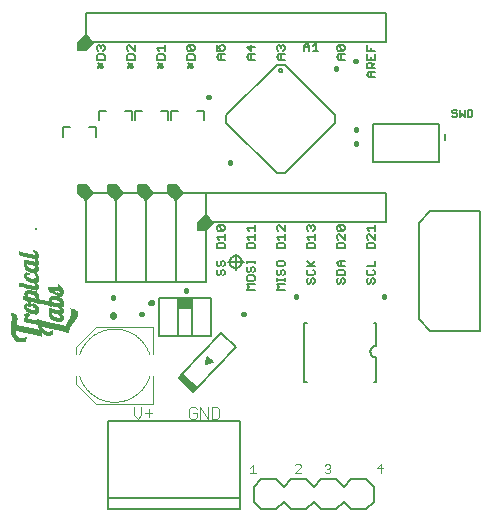
<source format=gto>
G75*
%MOIN*%
%OFA0B0*%
%FSLAX25Y25*%
%IPPOS*%
%LPD*%
%AMOC8*
5,1,8,0,0,1.08239X$1,22.5*
%
%ADD10C,0.00500*%
%ADD11C,0.00300*%
%ADD12C,0.00800*%
%ADD13C,0.01600*%
%ADD14R,0.00787X0.00787*%
%ADD15C,0.00787*%
%ADD16C,0.00400*%
%ADD17C,0.02200*%
%ADD18R,0.00025X0.00325*%
%ADD19R,0.00025X0.00650*%
%ADD20R,0.00025X0.00875*%
%ADD21R,0.00025X0.01000*%
%ADD22R,0.00025X0.01150*%
%ADD23R,0.00025X0.01275*%
%ADD24R,0.00025X0.01400*%
%ADD25R,0.00025X0.01475*%
%ADD26R,0.00025X0.01600*%
%ADD27R,0.00025X0.01675*%
%ADD28R,0.00025X0.01750*%
%ADD29R,0.00025X0.01825*%
%ADD30R,0.00025X0.01875*%
%ADD31R,0.00025X0.01975*%
%ADD32R,0.00025X0.02050*%
%ADD33R,0.00025X0.02125*%
%ADD34R,0.00025X0.02200*%
%ADD35R,0.00025X0.02250*%
%ADD36R,0.00025X0.02300*%
%ADD37R,0.00025X0.02375*%
%ADD38R,0.00025X0.02450*%
%ADD39R,0.00025X0.02475*%
%ADD40R,0.00025X0.02550*%
%ADD41R,0.00025X0.02600*%
%ADD42R,0.00025X0.02675*%
%ADD43R,0.00025X0.02700*%
%ADD44R,0.00025X0.02775*%
%ADD45R,0.00025X0.02825*%
%ADD46R,0.00025X0.02875*%
%ADD47R,0.00025X0.02925*%
%ADD48R,0.00025X0.02975*%
%ADD49R,0.00025X0.03025*%
%ADD50R,0.00025X0.03075*%
%ADD51R,0.00025X0.03125*%
%ADD52R,0.00025X0.03150*%
%ADD53R,0.00025X0.03225*%
%ADD54R,0.00025X0.03250*%
%ADD55R,0.00025X0.03300*%
%ADD56R,0.00025X0.03350*%
%ADD57R,0.00025X0.03400*%
%ADD58R,0.00025X0.03425*%
%ADD59R,0.00025X0.03500*%
%ADD60R,0.00025X0.03525*%
%ADD61R,0.00025X0.03550*%
%ADD62R,0.00025X0.03600*%
%ADD63R,0.00025X0.03650*%
%ADD64R,0.00025X0.03675*%
%ADD65R,0.00025X0.03725*%
%ADD66R,0.00025X0.03775*%
%ADD67R,0.00025X0.03825*%
%ADD68R,0.00025X0.03850*%
%ADD69R,0.00025X0.03875*%
%ADD70R,0.00025X0.03950*%
%ADD71R,0.00025X0.03975*%
%ADD72R,0.00025X0.04000*%
%ADD73R,0.00025X0.04050*%
%ADD74R,0.00025X0.04100*%
%ADD75R,0.00025X0.04125*%
%ADD76R,0.00025X0.04150*%
%ADD77R,0.00025X0.04225*%
%ADD78R,0.00025X0.04250*%
%ADD79R,0.00025X0.04275*%
%ADD80R,0.00025X0.04325*%
%ADD81R,0.00025X0.04350*%
%ADD82R,0.00025X0.04400*%
%ADD83R,0.00025X0.04425*%
%ADD84R,0.00025X0.04475*%
%ADD85R,0.00025X0.04500*%
%ADD86R,0.00025X0.04525*%
%ADD87R,0.00025X0.04600*%
%ADD88R,0.00025X0.04625*%
%ADD89R,0.00025X0.04650*%
%ADD90R,0.00025X0.04675*%
%ADD91R,0.00025X0.04725*%
%ADD92R,0.00025X0.04775*%
%ADD93R,0.00025X0.04800*%
%ADD94R,0.00025X0.04825*%
%ADD95R,0.00025X0.04875*%
%ADD96R,0.00025X0.04900*%
%ADD97R,0.00025X0.04950*%
%ADD98R,0.00025X0.04975*%
%ADD99R,0.00025X0.05050*%
%ADD100R,0.00025X0.05075*%
%ADD101R,0.00025X0.05100*%
%ADD102R,0.00025X0.05150*%
%ADD103R,0.00025X0.03625*%
%ADD104R,0.00025X0.01025*%
%ADD105R,0.00025X0.00700*%
%ADD106R,0.00025X0.03375*%
%ADD107R,0.00025X0.00575*%
%ADD108R,0.00025X0.03275*%
%ADD109R,0.00025X0.00450*%
%ADD110R,0.00025X0.00350*%
%ADD111R,0.00025X0.03175*%
%ADD112R,0.00025X0.00250*%
%ADD113R,0.00025X0.00150*%
%ADD114R,0.00025X0.00050*%
%ADD115R,0.00025X0.03050*%
%ADD116R,0.00025X0.03000*%
%ADD117R,0.00025X0.02950*%
%ADD118R,0.00025X0.03100*%
%ADD119R,0.00025X0.03325*%
%ADD120R,0.00025X0.04025*%
%ADD121R,0.00025X0.03900*%
%ADD122R,0.00025X0.03800*%
%ADD123R,0.00025X0.03750*%
%ADD124R,0.00025X0.03700*%
%ADD125R,0.00025X0.02750*%
%ADD126R,0.00025X0.02625*%
%ADD127R,0.00025X0.02500*%
%ADD128R,0.00025X0.02425*%
%ADD129R,0.00025X0.02325*%
%ADD130R,0.00025X0.02225*%
%ADD131R,0.00025X0.02150*%
%ADD132R,0.00025X0.00025*%
%ADD133R,0.00025X0.00550*%
%ADD134R,0.00025X0.00750*%
%ADD135R,0.00025X0.00975*%
%ADD136R,0.00025X0.00950*%
%ADD137R,0.00025X0.00900*%
%ADD138R,0.00025X0.01100*%
%ADD139R,0.00025X0.01050*%
%ADD140R,0.00025X0.01325*%
%ADD141R,0.00025X0.01450*%
%ADD142R,0.00025X0.01250*%
%ADD143R,0.00025X0.01525*%
%ADD144R,0.00025X0.01375*%
%ADD145R,0.00025X0.01350*%
%ADD146R,0.00025X0.01700*%
%ADD147R,0.00025X0.01625*%
%ADD148R,0.00025X0.01425*%
%ADD149R,0.00025X0.01800*%
%ADD150R,0.00025X0.01725*%
%ADD151R,0.00025X0.01575*%
%ADD152R,0.00025X0.01550*%
%ADD153R,0.00025X0.01900*%
%ADD154R,0.00025X0.01650*%
%ADD155R,0.00025X0.02000*%
%ADD156R,0.00025X0.02075*%
%ADD157R,0.00025X0.01775*%
%ADD158R,0.00025X0.01850*%
%ADD159R,0.00025X0.02275*%
%ADD160R,0.00025X0.01925*%
%ADD161R,0.00025X0.02025*%
%ADD162R,0.00025X0.01950*%
%ADD163R,0.00025X0.02525*%
%ADD164R,0.00025X0.02100*%
%ADD165R,0.00025X0.02575*%
%ADD166R,0.00025X0.02650*%
%ADD167R,0.00025X0.02725*%
%ADD168R,0.00025X0.02175*%
%ADD169R,0.00025X0.02800*%
%ADD170R,0.00025X0.02850*%
%ADD171R,0.00025X0.02900*%
%ADD172R,0.00025X0.07550*%
%ADD173R,0.00025X0.07575*%
%ADD174R,0.00025X0.07600*%
%ADD175R,0.00025X0.07625*%
%ADD176R,0.00025X0.07675*%
%ADD177R,0.00025X0.07700*%
%ADD178R,0.00025X0.03200*%
%ADD179R,0.00025X0.07725*%
%ADD180R,0.00025X0.07775*%
%ADD181R,0.00025X0.00850*%
%ADD182R,0.00025X0.07800*%
%ADD183R,0.00025X0.00825*%
%ADD184R,0.00025X0.07825*%
%ADD185R,0.00025X0.00775*%
%ADD186R,0.00025X0.04075*%
%ADD187R,0.00025X0.03925*%
%ADD188R,0.00025X0.00725*%
%ADD189R,0.00025X0.00675*%
%ADD190R,0.00025X0.01225*%
%ADD191R,0.00025X0.01200*%
%ADD192R,0.00025X0.00075*%
%ADD193R,0.00025X0.01175*%
%ADD194R,0.00025X0.01075*%
%ADD195R,0.00025X0.01125*%
%ADD196R,0.00025X0.01500*%
%ADD197R,0.00025X0.00625*%
%ADD198R,0.00025X0.00600*%
%ADD199R,0.00025X0.00525*%
%ADD200R,0.00025X0.00925*%
%ADD201R,0.00025X0.00225*%
%ADD202R,0.00025X0.00800*%
%ADD203R,0.00025X0.01300*%
%ADD204R,0.00025X0.03475*%
%ADD205R,0.00025X0.03450*%
%ADD206R,0.00025X0.00300*%
%ADD207R,0.00025X0.00125*%
%ADD208R,0.00025X0.00400*%
%ADD209R,0.00025X0.05350*%
%ADD210R,0.00025X0.05375*%
%ADD211R,0.00025X0.02400*%
%ADD212R,0.00025X0.02350*%
%ADD213R,0.00025X0.07000*%
%ADD214R,0.00025X0.05500*%
%ADD215R,0.00025X0.07025*%
%ADD216R,0.00025X0.03575*%
%ADD217R,0.00025X0.05525*%
%ADD218R,0.00025X0.07075*%
%ADD219R,0.00025X0.05575*%
%ADD220R,0.00025X0.05600*%
%ADD221R,0.00025X0.07125*%
%ADD222R,0.00025X0.05625*%
%ADD223R,0.00025X0.07150*%
%ADD224R,0.00025X0.05650*%
%ADD225R,0.00025X0.07175*%
%ADD226R,0.00025X0.05675*%
%ADD227R,0.00025X0.07200*%
%ADD228R,0.00025X0.05725*%
%ADD229R,0.00025X0.07225*%
%ADD230R,0.00025X0.04200*%
%ADD231R,0.00025X0.07250*%
%ADD232R,0.00025X0.08325*%
%ADD233R,0.00025X0.05025*%
%ADD234R,0.00025X0.04750*%
%ADD235R,0.00025X0.00175*%
%ADD236R,0.00025X0.00375*%
%ADD237R,0.00025X0.00475*%
%ADD238R,0.00025X0.00100*%
%ADD239R,0.00025X0.05225*%
%ADD240R,0.00025X0.05250*%
%ADD241R,0.00025X0.05300*%
%ADD242R,0.00025X0.05325*%
%ADD243R,0.00025X0.05400*%
%ADD244R,0.00025X0.05425*%
%ADD245R,0.00025X0.08550*%
%ADD246R,0.00025X0.08525*%
%ADD247R,0.00025X0.08500*%
%ADD248R,0.00025X0.08475*%
%ADD249R,0.00025X0.08450*%
%ADD250R,0.00025X0.08400*%
%ADD251R,0.00025X0.08375*%
%ADD252R,0.00025X0.08300*%
%ADD253R,0.00025X0.08250*%
%ADD254R,0.00025X0.08225*%
%ADD255R,0.00025X0.08175*%
%ADD256R,0.00025X0.08150*%
%ADD257R,0.00025X0.08100*%
%ADD258R,0.00025X0.08075*%
%ADD259R,0.00025X0.08050*%
%ADD260R,0.00025X0.08000*%
%ADD261R,0.00025X0.07950*%
%ADD262R,0.00025X0.07900*%
%ADD263R,0.00025X0.07850*%
%ADD264R,0.00025X0.07500*%
%ADD265R,0.00025X0.07425*%
%ADD266R,0.00025X0.07350*%
%ADD267R,0.00025X0.07325*%
%ADD268R,0.00025X0.05200*%
%ADD269R,0.00025X0.00500*%
%ADD270R,0.00025X0.00275*%
D10*
X0144436Y0088755D02*
X0149315Y0084173D01*
X0150393Y0085321D01*
X0145514Y0089903D01*
X0144436Y0088755D01*
X0144543Y0088869D02*
X0146615Y0088869D01*
X0146084Y0089368D02*
X0145011Y0089368D01*
X0145479Y0089866D02*
X0145553Y0089866D01*
X0145514Y0089903D02*
X0150393Y0085321D01*
X0163329Y0099097D01*
X0158450Y0103679D01*
X0145514Y0089903D01*
X0144845Y0088370D02*
X0147146Y0088370D01*
X0147677Y0087872D02*
X0145376Y0087872D01*
X0145907Y0087373D02*
X0148208Y0087373D01*
X0148739Y0086875D02*
X0146438Y0086875D01*
X0146969Y0086376D02*
X0149269Y0086376D01*
X0149800Y0085878D02*
X0147500Y0085878D01*
X0148031Y0085379D02*
X0150331Y0085379D01*
X0149979Y0084881D02*
X0148562Y0084881D01*
X0149092Y0084382D02*
X0149511Y0084382D01*
X0153478Y0093496D02*
X0155687Y0094122D01*
X0153965Y0095739D01*
X0153478Y0093496D01*
X0153556Y0093854D02*
X0154743Y0093854D01*
X0155441Y0094353D02*
X0153664Y0094353D01*
X0153772Y0094851D02*
X0154910Y0094851D01*
X0154380Y0095350D02*
X0153881Y0095350D01*
X0155083Y0102701D02*
X0148784Y0102701D01*
X0148784Y0115299D01*
X0144060Y0115299D01*
X0144060Y0102701D01*
X0137760Y0102701D01*
X0137760Y0115299D01*
X0144060Y0115299D01*
X0144060Y0112150D01*
X0148784Y0112150D01*
X0148784Y0115299D01*
X0155083Y0115299D01*
X0155083Y0102701D01*
X0148784Y0102701D02*
X0144060Y0102701D01*
X0144060Y0112299D02*
X0148784Y0112299D01*
X0148784Y0112798D02*
X0144060Y0112798D01*
X0144060Y0113296D02*
X0148784Y0113296D01*
X0148784Y0113795D02*
X0144060Y0113795D01*
X0144060Y0114293D02*
X0148784Y0114293D01*
X0148784Y0114792D02*
X0144060Y0114792D01*
X0144060Y0115290D02*
X0148784Y0115290D01*
X0148784Y0115299D02*
X0144060Y0115299D01*
X0143500Y0120579D02*
X0143500Y0150421D01*
X0153343Y0150421D01*
X0153343Y0120579D01*
X0143500Y0120579D01*
X0143343Y0120579D02*
X0133500Y0120579D01*
X0133500Y0150421D01*
X0143343Y0150421D01*
X0143343Y0120579D01*
X0135955Y0114281D02*
X0136080Y0114118D01*
X0136159Y0113928D01*
X0136186Y0113724D01*
X0136159Y0113521D01*
X0136080Y0113331D01*
X0135955Y0113168D01*
X0135792Y0113042D01*
X0135602Y0112964D01*
X0135398Y0112937D01*
X0135194Y0112964D01*
X0135004Y0113042D01*
X0134841Y0113168D01*
X0134716Y0113331D01*
X0134638Y0113521D01*
X0134611Y0113724D01*
X0134638Y0113928D01*
X0134716Y0114118D01*
X0134841Y0114281D01*
X0135004Y0114406D01*
X0135194Y0114485D01*
X0135398Y0114512D01*
X0135602Y0114485D01*
X0135792Y0114406D01*
X0135955Y0114281D01*
X0135939Y0114293D02*
X0134857Y0114293D01*
X0134620Y0113795D02*
X0136176Y0113795D01*
X0136053Y0113296D02*
X0134743Y0113296D01*
X0133343Y0120579D02*
X0123500Y0120579D01*
X0123500Y0150421D01*
X0133343Y0150421D01*
X0133343Y0120579D01*
X0123343Y0120579D02*
X0113500Y0120579D01*
X0113500Y0150421D01*
X0123343Y0150421D01*
X0123343Y0120579D01*
X0150922Y0138000D02*
X0150922Y0140500D01*
X0153422Y0143000D01*
X0155922Y0140500D01*
X0153422Y0138000D01*
X0150922Y0138000D01*
X0150922Y0138222D02*
X0153643Y0138222D01*
X0154142Y0138720D02*
X0150922Y0138720D01*
X0150922Y0139219D02*
X0154640Y0139219D01*
X0155139Y0139717D02*
X0150922Y0139717D01*
X0150922Y0140216D02*
X0155637Y0140216D01*
X0155708Y0140714D02*
X0151136Y0140714D01*
X0151634Y0141213D02*
X0155209Y0141213D01*
X0154711Y0141711D02*
X0152133Y0141711D01*
X0152631Y0142210D02*
X0154212Y0142210D01*
X0153714Y0142708D02*
X0153130Y0142708D01*
X0153500Y0140579D02*
X0153500Y0150421D01*
X0213343Y0150421D01*
X0213343Y0140579D01*
X0153500Y0140579D01*
X0157069Y0139155D02*
X0157520Y0139605D01*
X0159321Y0137803D01*
X0159772Y0138254D01*
X0159772Y0139155D01*
X0159321Y0139605D01*
X0157520Y0139605D01*
X0157069Y0139155D02*
X0157069Y0138254D01*
X0157520Y0137803D01*
X0159321Y0137803D01*
X0159772Y0136659D02*
X0159772Y0134857D01*
X0159772Y0135758D02*
X0157069Y0135758D01*
X0157970Y0134857D01*
X0157520Y0133712D02*
X0157069Y0133262D01*
X0157069Y0131910D01*
X0159772Y0131910D01*
X0159772Y0133262D01*
X0159321Y0133712D01*
X0157520Y0133712D01*
X0163422Y0130161D02*
X0163422Y0127500D01*
X0161422Y0127500D02*
X0161424Y0127589D01*
X0161430Y0127678D01*
X0161440Y0127767D01*
X0161454Y0127855D01*
X0161471Y0127942D01*
X0161493Y0128028D01*
X0161519Y0128114D01*
X0161548Y0128198D01*
X0161581Y0128281D01*
X0161617Y0128362D01*
X0161658Y0128442D01*
X0161701Y0128519D01*
X0161748Y0128595D01*
X0161799Y0128668D01*
X0161852Y0128739D01*
X0161909Y0128808D01*
X0161969Y0128874D01*
X0162032Y0128938D01*
X0162097Y0128998D01*
X0162165Y0129056D01*
X0162236Y0129110D01*
X0162309Y0129161D01*
X0162384Y0129209D01*
X0162461Y0129254D01*
X0162540Y0129295D01*
X0162621Y0129332D01*
X0162703Y0129366D01*
X0162787Y0129397D01*
X0162872Y0129423D01*
X0162958Y0129446D01*
X0163045Y0129464D01*
X0163133Y0129479D01*
X0163222Y0129490D01*
X0163311Y0129497D01*
X0163400Y0129500D01*
X0163489Y0129499D01*
X0163578Y0129494D01*
X0163666Y0129485D01*
X0163755Y0129472D01*
X0163842Y0129455D01*
X0163929Y0129435D01*
X0164015Y0129410D01*
X0164099Y0129382D01*
X0164182Y0129350D01*
X0164264Y0129314D01*
X0164344Y0129275D01*
X0164422Y0129232D01*
X0164498Y0129186D01*
X0164572Y0129136D01*
X0164644Y0129083D01*
X0164713Y0129027D01*
X0164780Y0128968D01*
X0164844Y0128906D01*
X0164905Y0128842D01*
X0164964Y0128774D01*
X0165019Y0128704D01*
X0165071Y0128632D01*
X0165120Y0128557D01*
X0165165Y0128481D01*
X0165207Y0128402D01*
X0165245Y0128322D01*
X0165280Y0128240D01*
X0165311Y0128156D01*
X0165339Y0128071D01*
X0165362Y0127985D01*
X0165382Y0127898D01*
X0165398Y0127811D01*
X0165410Y0127722D01*
X0165418Y0127634D01*
X0165422Y0127545D01*
X0165422Y0127455D01*
X0165418Y0127366D01*
X0165410Y0127278D01*
X0165398Y0127189D01*
X0165382Y0127102D01*
X0165362Y0127015D01*
X0165339Y0126929D01*
X0165311Y0126844D01*
X0165280Y0126760D01*
X0165245Y0126678D01*
X0165207Y0126598D01*
X0165165Y0126519D01*
X0165120Y0126443D01*
X0165071Y0126368D01*
X0165019Y0126296D01*
X0164964Y0126226D01*
X0164905Y0126158D01*
X0164844Y0126094D01*
X0164780Y0126032D01*
X0164713Y0125973D01*
X0164644Y0125917D01*
X0164572Y0125864D01*
X0164498Y0125814D01*
X0164422Y0125768D01*
X0164344Y0125725D01*
X0164264Y0125686D01*
X0164182Y0125650D01*
X0164099Y0125618D01*
X0164015Y0125590D01*
X0163929Y0125565D01*
X0163842Y0125545D01*
X0163755Y0125528D01*
X0163666Y0125515D01*
X0163578Y0125506D01*
X0163489Y0125501D01*
X0163400Y0125500D01*
X0163311Y0125503D01*
X0163222Y0125510D01*
X0163133Y0125521D01*
X0163045Y0125536D01*
X0162958Y0125554D01*
X0162872Y0125577D01*
X0162787Y0125603D01*
X0162703Y0125634D01*
X0162621Y0125668D01*
X0162540Y0125705D01*
X0162461Y0125746D01*
X0162384Y0125791D01*
X0162309Y0125839D01*
X0162236Y0125890D01*
X0162165Y0125944D01*
X0162097Y0126002D01*
X0162032Y0126062D01*
X0161969Y0126126D01*
X0161909Y0126192D01*
X0161852Y0126261D01*
X0161799Y0126332D01*
X0161748Y0126405D01*
X0161701Y0126481D01*
X0161658Y0126558D01*
X0161617Y0126638D01*
X0161581Y0126719D01*
X0161548Y0126802D01*
X0161519Y0126886D01*
X0161493Y0126972D01*
X0161471Y0127058D01*
X0161454Y0127145D01*
X0161440Y0127233D01*
X0161430Y0127322D01*
X0161424Y0127411D01*
X0161422Y0127500D01*
X0160760Y0127500D02*
X0163422Y0127500D01*
X0163422Y0124839D01*
X0163422Y0127500D02*
X0166083Y0127500D01*
X0167069Y0127450D02*
X0169772Y0127450D01*
X0169772Y0127000D02*
X0169772Y0127900D01*
X0169321Y0125855D02*
X0169772Y0125404D01*
X0169772Y0124503D01*
X0169321Y0124053D01*
X0168421Y0124503D02*
X0168421Y0125404D01*
X0168871Y0125855D01*
X0169321Y0125855D01*
X0168421Y0124503D02*
X0167970Y0124053D01*
X0167520Y0124053D01*
X0167069Y0124503D01*
X0167069Y0125404D01*
X0167520Y0125855D01*
X0167069Y0127000D02*
X0167069Y0127900D01*
X0159772Y0127369D02*
X0159772Y0126468D01*
X0159321Y0126017D01*
X0158421Y0126468D02*
X0158421Y0127369D01*
X0158871Y0127819D01*
X0159321Y0127819D01*
X0159772Y0127369D01*
X0158421Y0126468D02*
X0157970Y0126017D01*
X0157520Y0126017D01*
X0157069Y0126468D01*
X0157069Y0127369D01*
X0157520Y0127819D01*
X0157520Y0124872D02*
X0157069Y0124422D01*
X0157069Y0123521D01*
X0157520Y0123071D01*
X0157970Y0123071D01*
X0158421Y0123521D01*
X0158421Y0124422D01*
X0158871Y0124872D01*
X0159321Y0124872D01*
X0159772Y0124422D01*
X0159772Y0123521D01*
X0159321Y0123071D01*
X0167069Y0122458D02*
X0167520Y0122908D01*
X0169321Y0122908D01*
X0169772Y0122458D01*
X0169772Y0121557D01*
X0169321Y0121107D01*
X0167520Y0121107D01*
X0167069Y0121557D01*
X0167069Y0122458D01*
X0167069Y0119962D02*
X0169772Y0119962D01*
X0169772Y0118160D02*
X0167069Y0118160D01*
X0167970Y0119061D01*
X0167069Y0119962D01*
X0177069Y0119962D02*
X0179772Y0119962D01*
X0179772Y0121107D02*
X0179772Y0122007D01*
X0179772Y0121557D02*
X0177069Y0121557D01*
X0177069Y0121107D02*
X0177069Y0122007D01*
X0177520Y0123071D02*
X0177970Y0123071D01*
X0178421Y0123521D01*
X0178421Y0124422D01*
X0178871Y0124872D01*
X0179321Y0124872D01*
X0179772Y0124422D01*
X0179772Y0123521D01*
X0179321Y0123071D01*
X0177520Y0123071D02*
X0177069Y0123521D01*
X0177069Y0124422D01*
X0177520Y0124872D01*
X0177520Y0126017D02*
X0179321Y0126017D01*
X0179772Y0126468D01*
X0179772Y0127369D01*
X0179321Y0127819D01*
X0177520Y0127819D01*
X0177069Y0127369D01*
X0177069Y0126468D01*
X0177520Y0126017D01*
X0177069Y0131910D02*
X0177069Y0133262D01*
X0177520Y0133712D01*
X0179321Y0133712D01*
X0179772Y0133262D01*
X0179772Y0131910D01*
X0177069Y0131910D01*
X0177970Y0134857D02*
X0177069Y0135758D01*
X0179772Y0135758D01*
X0179772Y0134857D02*
X0179772Y0136659D01*
X0179772Y0137803D02*
X0177970Y0139605D01*
X0177520Y0139605D01*
X0177069Y0139155D01*
X0177069Y0138254D01*
X0177520Y0137803D01*
X0179772Y0137803D02*
X0179772Y0139605D01*
X0187069Y0139155D02*
X0187520Y0139605D01*
X0187970Y0139605D01*
X0188421Y0139155D01*
X0188871Y0139605D01*
X0189321Y0139605D01*
X0189772Y0139155D01*
X0189772Y0138254D01*
X0189321Y0137803D01*
X0189772Y0136659D02*
X0189772Y0134857D01*
X0189772Y0135758D02*
X0187069Y0135758D01*
X0187970Y0134857D01*
X0187520Y0133712D02*
X0187069Y0133262D01*
X0187069Y0131910D01*
X0189772Y0131910D01*
X0189772Y0133262D01*
X0189321Y0133712D01*
X0187520Y0133712D01*
X0187520Y0137803D02*
X0187069Y0138254D01*
X0187069Y0139155D01*
X0188421Y0139155D02*
X0188421Y0138704D01*
X0197069Y0138254D02*
X0197069Y0139155D01*
X0197520Y0139605D01*
X0199321Y0137803D01*
X0199772Y0138254D01*
X0199772Y0139155D01*
X0199321Y0139605D01*
X0197520Y0139605D01*
X0197069Y0138254D02*
X0197520Y0137803D01*
X0199321Y0137803D01*
X0199772Y0136659D02*
X0199772Y0134857D01*
X0197970Y0136659D01*
X0197520Y0136659D01*
X0197069Y0136208D01*
X0197069Y0135307D01*
X0197520Y0134857D01*
X0197520Y0133712D02*
X0197069Y0133262D01*
X0197069Y0131910D01*
X0199772Y0131910D01*
X0199772Y0133262D01*
X0199321Y0133712D01*
X0197520Y0133712D01*
X0197970Y0127819D02*
X0197069Y0126918D01*
X0197970Y0126017D01*
X0199772Y0126017D01*
X0199321Y0124872D02*
X0197520Y0124872D01*
X0197069Y0124422D01*
X0197069Y0123071D01*
X0199772Y0123071D01*
X0199772Y0124422D01*
X0199321Y0124872D01*
X0198421Y0126017D02*
X0198421Y0127819D01*
X0197970Y0127819D02*
X0199772Y0127819D01*
X0199321Y0121926D02*
X0199772Y0121476D01*
X0199772Y0120575D01*
X0199321Y0120124D01*
X0198421Y0120575D02*
X0198421Y0121476D01*
X0198871Y0121926D01*
X0199321Y0121926D01*
X0198421Y0120575D02*
X0197970Y0120124D01*
X0197520Y0120124D01*
X0197069Y0120575D01*
X0197069Y0121476D01*
X0197520Y0121926D01*
X0189772Y0121476D02*
X0189772Y0120575D01*
X0189321Y0120124D01*
X0188421Y0120575D02*
X0188421Y0121476D01*
X0188871Y0121926D01*
X0189321Y0121926D01*
X0189772Y0121476D01*
X0188421Y0120575D02*
X0187970Y0120124D01*
X0187520Y0120124D01*
X0187069Y0120575D01*
X0187069Y0121476D01*
X0187520Y0121926D01*
X0187520Y0123071D02*
X0189321Y0123071D01*
X0189772Y0123521D01*
X0189772Y0124422D01*
X0189321Y0124872D01*
X0188871Y0126017D02*
X0187069Y0127819D01*
X0187069Y0126017D02*
X0189772Y0126017D01*
X0188421Y0126468D02*
X0189772Y0127819D01*
X0187520Y0124872D02*
X0187069Y0124422D01*
X0187069Y0123521D01*
X0187520Y0123071D01*
X0179772Y0118160D02*
X0177069Y0118160D01*
X0177970Y0119061D01*
X0177069Y0119962D01*
X0169772Y0131910D02*
X0167069Y0131910D01*
X0167069Y0133262D01*
X0167520Y0133712D01*
X0169321Y0133712D01*
X0169772Y0133262D01*
X0169772Y0131910D01*
X0169772Y0134857D02*
X0169772Y0136659D01*
X0169772Y0135758D02*
X0167069Y0135758D01*
X0167970Y0134857D01*
X0167970Y0137803D02*
X0167069Y0138704D01*
X0169772Y0138704D01*
X0169772Y0137803D02*
X0169772Y0139605D01*
X0145922Y0150500D02*
X0143422Y0153000D01*
X0140922Y0153000D01*
X0140922Y0150500D01*
X0143422Y0148000D01*
X0145922Y0150500D01*
X0145737Y0150684D02*
X0140922Y0150684D01*
X0140922Y0151183D02*
X0145239Y0151183D01*
X0144740Y0151681D02*
X0140922Y0151681D01*
X0140922Y0152180D02*
X0144242Y0152180D01*
X0143743Y0152678D02*
X0140922Y0152678D01*
X0141236Y0150186D02*
X0145608Y0150186D01*
X0145109Y0149687D02*
X0141734Y0149687D01*
X0142233Y0149189D02*
X0144611Y0149189D01*
X0144112Y0148690D02*
X0142731Y0148690D01*
X0143230Y0148192D02*
X0143614Y0148192D01*
X0135922Y0150500D02*
X0133422Y0153000D01*
X0130922Y0153000D01*
X0130922Y0150500D01*
X0133422Y0148000D01*
X0135922Y0150500D01*
X0135737Y0150684D02*
X0130922Y0150684D01*
X0130922Y0151183D02*
X0135239Y0151183D01*
X0134740Y0151681D02*
X0130922Y0151681D01*
X0130922Y0152180D02*
X0134242Y0152180D01*
X0133743Y0152678D02*
X0130922Y0152678D01*
X0131236Y0150186D02*
X0135608Y0150186D01*
X0135109Y0149687D02*
X0131734Y0149687D01*
X0132233Y0149189D02*
X0134611Y0149189D01*
X0134112Y0148690D02*
X0132731Y0148690D01*
X0133230Y0148192D02*
X0133614Y0148192D01*
X0125922Y0150500D02*
X0123422Y0153000D01*
X0120922Y0153000D01*
X0120922Y0150500D01*
X0123422Y0148000D01*
X0125922Y0150500D01*
X0125737Y0150684D02*
X0120922Y0150684D01*
X0120922Y0151183D02*
X0125239Y0151183D01*
X0124740Y0151681D02*
X0120922Y0151681D01*
X0120922Y0152180D02*
X0124242Y0152180D01*
X0123743Y0152678D02*
X0120922Y0152678D01*
X0121236Y0150186D02*
X0125608Y0150186D01*
X0125109Y0149687D02*
X0121734Y0149687D01*
X0122233Y0149189D02*
X0124611Y0149189D01*
X0124112Y0148690D02*
X0122731Y0148690D01*
X0123230Y0148192D02*
X0123614Y0148192D01*
X0115922Y0150500D02*
X0113422Y0153000D01*
X0110922Y0153000D01*
X0110922Y0150500D01*
X0113422Y0148000D01*
X0115922Y0150500D01*
X0115737Y0150684D02*
X0110922Y0150684D01*
X0110922Y0151183D02*
X0115239Y0151183D01*
X0114740Y0151681D02*
X0110922Y0151681D01*
X0110922Y0152180D02*
X0114242Y0152180D01*
X0113743Y0152678D02*
X0110922Y0152678D01*
X0111236Y0150186D02*
X0115608Y0150186D01*
X0115109Y0149687D02*
X0111734Y0149687D01*
X0112233Y0149189D02*
X0114611Y0149189D01*
X0114112Y0148690D02*
X0112731Y0148690D01*
X0113230Y0148192D02*
X0113614Y0148192D01*
X0117520Y0191910D02*
X0119321Y0193712D01*
X0118421Y0193712D02*
X0118421Y0191910D01*
X0119321Y0191910D02*
X0117520Y0193712D01*
X0117520Y0192811D02*
X0119321Y0192811D01*
X0119772Y0194857D02*
X0119772Y0196208D01*
X0119321Y0196659D01*
X0117520Y0196659D01*
X0117069Y0196208D01*
X0117069Y0194857D01*
X0119772Y0194857D01*
X0119321Y0197803D02*
X0119772Y0198254D01*
X0119772Y0199155D01*
X0119321Y0199605D01*
X0118871Y0199605D01*
X0118421Y0199155D01*
X0118421Y0198704D01*
X0118421Y0199155D02*
X0117970Y0199605D01*
X0117520Y0199605D01*
X0117069Y0199155D01*
X0117069Y0198254D01*
X0117520Y0197803D01*
X0115459Y0200037D02*
X0110922Y0200037D01*
X0110922Y0200500D02*
X0110922Y0198000D01*
X0113422Y0198000D01*
X0115922Y0200500D01*
X0113422Y0203000D01*
X0110922Y0200500D01*
X0110957Y0200536D02*
X0115886Y0200536D01*
X0115388Y0201034D02*
X0111456Y0201034D01*
X0111954Y0201533D02*
X0114889Y0201533D01*
X0114391Y0202031D02*
X0112453Y0202031D01*
X0112951Y0202530D02*
X0113892Y0202530D01*
X0113500Y0200579D02*
X0113500Y0210421D01*
X0213343Y0210421D01*
X0213343Y0200579D01*
X0113500Y0200579D01*
X0114960Y0199539D02*
X0110922Y0199539D01*
X0110922Y0199040D02*
X0114462Y0199040D01*
X0113963Y0198541D02*
X0110922Y0198541D01*
X0110922Y0198043D02*
X0113465Y0198043D01*
X0127069Y0198254D02*
X0127520Y0197803D01*
X0127069Y0198254D02*
X0127069Y0199155D01*
X0127520Y0199605D01*
X0127970Y0199605D01*
X0129772Y0197803D01*
X0129772Y0199605D01*
X0129321Y0196659D02*
X0127520Y0196659D01*
X0127069Y0196208D01*
X0127069Y0194857D01*
X0129772Y0194857D01*
X0129772Y0196208D01*
X0129321Y0196659D01*
X0129321Y0193712D02*
X0127520Y0191910D01*
X0128421Y0191910D02*
X0128421Y0193712D01*
X0127520Y0193712D02*
X0129321Y0191910D01*
X0129321Y0192811D02*
X0127520Y0192811D01*
X0137069Y0194857D02*
X0137069Y0196208D01*
X0137520Y0196659D01*
X0139321Y0196659D01*
X0139772Y0196208D01*
X0139772Y0194857D01*
X0137069Y0194857D01*
X0137520Y0193712D02*
X0139321Y0191910D01*
X0138421Y0191910D02*
X0138421Y0193712D01*
X0139321Y0193712D02*
X0137520Y0191910D01*
X0137520Y0192811D02*
X0139321Y0192811D01*
X0139772Y0197803D02*
X0139772Y0199605D01*
X0139772Y0198704D02*
X0137069Y0198704D01*
X0137970Y0197803D01*
X0147069Y0198254D02*
X0147520Y0197803D01*
X0149321Y0197803D01*
X0147520Y0199605D01*
X0149321Y0199605D01*
X0149772Y0199155D01*
X0149772Y0198254D01*
X0149321Y0197803D01*
X0149321Y0196659D02*
X0147520Y0196659D01*
X0147069Y0196208D01*
X0147069Y0194857D01*
X0149772Y0194857D01*
X0149772Y0196208D01*
X0149321Y0196659D01*
X0147069Y0198254D02*
X0147069Y0199155D01*
X0147520Y0199605D01*
X0147520Y0193712D02*
X0149321Y0191910D01*
X0148421Y0191910D02*
X0148421Y0193712D01*
X0149321Y0193712D02*
X0147520Y0191910D01*
X0147520Y0192811D02*
X0149321Y0192811D01*
X0157069Y0195758D02*
X0157970Y0196659D01*
X0159772Y0196659D01*
X0159321Y0197803D02*
X0159772Y0198254D01*
X0159772Y0199155D01*
X0159321Y0199605D01*
X0158421Y0199605D01*
X0157970Y0199155D01*
X0157970Y0198704D01*
X0158421Y0197803D01*
X0157069Y0197803D01*
X0157069Y0199605D01*
X0158421Y0196659D02*
X0158421Y0194857D01*
X0157970Y0194857D02*
X0157069Y0195758D01*
X0157970Y0194857D02*
X0159772Y0194857D01*
X0167069Y0195758D02*
X0167970Y0196659D01*
X0169772Y0196659D01*
X0168421Y0196659D02*
X0168421Y0194857D01*
X0167970Y0194857D02*
X0167069Y0195758D01*
X0167970Y0194857D02*
X0169772Y0194857D01*
X0168421Y0197803D02*
X0168421Y0199605D01*
X0169772Y0199155D02*
X0167069Y0199155D01*
X0168421Y0197803D01*
X0177069Y0198254D02*
X0177520Y0197803D01*
X0177069Y0198254D02*
X0177069Y0199155D01*
X0177520Y0199605D01*
X0177970Y0199605D01*
X0178421Y0199155D01*
X0178871Y0199605D01*
X0179321Y0199605D01*
X0179772Y0199155D01*
X0179772Y0198254D01*
X0179321Y0197803D01*
X0179772Y0196659D02*
X0177970Y0196659D01*
X0177069Y0195758D01*
X0177970Y0194857D01*
X0179772Y0194857D01*
X0178421Y0194857D02*
X0178421Y0196659D01*
X0178421Y0198704D02*
X0178421Y0199155D01*
X0186172Y0199001D02*
X0187973Y0199001D01*
X0187973Y0199452D02*
X0187973Y0197650D01*
X0189118Y0197650D02*
X0190920Y0197650D01*
X0190019Y0197650D02*
X0190019Y0200352D01*
X0189118Y0199452D01*
X0187973Y0199452D02*
X0187073Y0200352D01*
X0186172Y0199452D01*
X0186172Y0197650D01*
X0177863Y0191263D02*
X0177865Y0191310D01*
X0177871Y0191356D01*
X0177881Y0191402D01*
X0177894Y0191447D01*
X0177911Y0191490D01*
X0177932Y0191532D01*
X0177956Y0191572D01*
X0177984Y0191610D01*
X0178015Y0191646D01*
X0178048Y0191678D01*
X0178084Y0191708D01*
X0178122Y0191735D01*
X0178163Y0191758D01*
X0178205Y0191778D01*
X0178249Y0191795D01*
X0178294Y0191807D01*
X0178340Y0191816D01*
X0178387Y0191821D01*
X0178434Y0191822D01*
X0178480Y0191819D01*
X0178527Y0191812D01*
X0178572Y0191801D01*
X0178617Y0191787D01*
X0178660Y0191769D01*
X0178701Y0191747D01*
X0178741Y0191722D01*
X0178778Y0191694D01*
X0178813Y0191662D01*
X0178845Y0191628D01*
X0178874Y0191592D01*
X0178900Y0191553D01*
X0178923Y0191512D01*
X0178942Y0191469D01*
X0178957Y0191425D01*
X0178969Y0191379D01*
X0178977Y0191333D01*
X0178981Y0191286D01*
X0178981Y0191240D01*
X0178977Y0191193D01*
X0178969Y0191147D01*
X0178957Y0191101D01*
X0178942Y0191057D01*
X0178923Y0191014D01*
X0178900Y0190973D01*
X0178874Y0190934D01*
X0178845Y0190898D01*
X0178813Y0190864D01*
X0178778Y0190832D01*
X0178741Y0190804D01*
X0178702Y0190779D01*
X0178660Y0190757D01*
X0178617Y0190739D01*
X0178572Y0190725D01*
X0178527Y0190714D01*
X0178480Y0190707D01*
X0178434Y0190704D01*
X0178387Y0190705D01*
X0178340Y0190710D01*
X0178294Y0190719D01*
X0178249Y0190731D01*
X0178205Y0190748D01*
X0178163Y0190768D01*
X0178122Y0190791D01*
X0178084Y0190818D01*
X0178048Y0190848D01*
X0178015Y0190880D01*
X0177984Y0190916D01*
X0177956Y0190954D01*
X0177932Y0190994D01*
X0177911Y0191036D01*
X0177894Y0191079D01*
X0177881Y0191124D01*
X0177871Y0191170D01*
X0177865Y0191216D01*
X0177863Y0191263D01*
X0197069Y0195758D02*
X0197970Y0196659D01*
X0199772Y0196659D01*
X0199321Y0197803D02*
X0197520Y0199605D01*
X0199321Y0199605D01*
X0199772Y0199155D01*
X0199772Y0198254D01*
X0199321Y0197803D01*
X0197520Y0197803D01*
X0197069Y0198254D01*
X0197069Y0199155D01*
X0197520Y0199605D01*
X0198421Y0196659D02*
X0198421Y0194857D01*
X0197970Y0194857D02*
X0197069Y0195758D01*
X0197970Y0194857D02*
X0199772Y0194857D01*
X0207069Y0194857D02*
X0209772Y0194857D01*
X0209772Y0196659D01*
X0209772Y0197803D02*
X0207069Y0197803D01*
X0207069Y0199605D01*
X0208421Y0198704D02*
X0208421Y0197803D01*
X0207069Y0196659D02*
X0207069Y0194857D01*
X0207520Y0193712D02*
X0208421Y0193712D01*
X0208871Y0193262D01*
X0208871Y0191910D01*
X0209772Y0191910D02*
X0207069Y0191910D01*
X0207069Y0193262D01*
X0207520Y0193712D01*
X0208421Y0194857D02*
X0208421Y0195758D01*
X0209772Y0193712D02*
X0208871Y0192811D01*
X0208421Y0190765D02*
X0208421Y0188964D01*
X0207970Y0188964D02*
X0207069Y0189865D01*
X0207970Y0190765D01*
X0209772Y0190765D01*
X0209772Y0188964D02*
X0207970Y0188964D01*
X0235554Y0177768D02*
X0235554Y0177385D01*
X0235938Y0177001D01*
X0236705Y0177001D01*
X0237089Y0176617D01*
X0237089Y0176234D01*
X0236705Y0175850D01*
X0235938Y0175850D01*
X0235554Y0176234D01*
X0235554Y0177768D02*
X0235938Y0178152D01*
X0236705Y0178152D01*
X0237089Y0177768D01*
X0238133Y0178152D02*
X0238133Y0175850D01*
X0238900Y0176617D01*
X0239667Y0175850D01*
X0239667Y0178152D01*
X0240711Y0178152D02*
X0241862Y0178152D01*
X0242245Y0177768D01*
X0242245Y0176234D01*
X0241862Y0175850D01*
X0240711Y0175850D01*
X0240711Y0178152D01*
X0231145Y0173499D02*
X0231145Y0160901D01*
X0209098Y0160901D01*
X0209098Y0173499D01*
X0231145Y0173499D01*
X0228304Y0144394D02*
X0244662Y0144394D01*
X0244662Y0104394D01*
X0228304Y0104394D01*
X0224367Y0108331D01*
X0224367Y0140457D01*
X0228304Y0144394D01*
X0209772Y0139605D02*
X0209772Y0137803D01*
X0209772Y0138704D02*
X0207069Y0138704D01*
X0207970Y0137803D01*
X0207970Y0136659D02*
X0207520Y0136659D01*
X0207069Y0136208D01*
X0207069Y0135307D01*
X0207520Y0134857D01*
X0207520Y0133712D02*
X0207069Y0133262D01*
X0207069Y0131910D01*
X0209772Y0131910D01*
X0209772Y0133262D01*
X0209321Y0133712D01*
X0207520Y0133712D01*
X0209772Y0134857D02*
X0207970Y0136659D01*
X0209772Y0136659D02*
X0209772Y0134857D01*
X0209772Y0127819D02*
X0209772Y0126017D01*
X0207069Y0126017D01*
X0207520Y0124872D02*
X0207069Y0124422D01*
X0207069Y0123521D01*
X0207520Y0123071D01*
X0209321Y0123071D01*
X0209772Y0123521D01*
X0209772Y0124422D01*
X0209321Y0124872D01*
X0209321Y0121926D02*
X0209772Y0121476D01*
X0209772Y0120575D01*
X0209321Y0120124D01*
X0208421Y0120575D02*
X0208421Y0121476D01*
X0208871Y0121926D01*
X0209321Y0121926D01*
X0208421Y0120575D02*
X0207970Y0120124D01*
X0207520Y0120124D01*
X0207069Y0120575D01*
X0207069Y0121476D01*
X0207520Y0121926D01*
D11*
X0157807Y0078286D02*
X0157190Y0078903D01*
X0155338Y0078903D01*
X0155338Y0075200D01*
X0157190Y0075200D01*
X0157807Y0075817D01*
X0157807Y0078286D01*
X0154124Y0078903D02*
X0154124Y0075200D01*
X0151655Y0078903D01*
X0151655Y0075200D01*
X0150441Y0075817D02*
X0150441Y0077052D01*
X0149206Y0077052D01*
X0147972Y0078286D02*
X0147972Y0075817D01*
X0148589Y0075200D01*
X0149823Y0075200D01*
X0150441Y0075817D01*
X0150441Y0078286D02*
X0149823Y0078903D01*
X0148589Y0078903D01*
X0147972Y0078286D01*
X0135624Y0077052D02*
X0133155Y0077052D01*
X0131941Y0076434D02*
X0131941Y0078903D01*
X0131941Y0076434D02*
X0130706Y0075200D01*
X0129472Y0076434D01*
X0129472Y0078903D01*
X0134389Y0078286D02*
X0134389Y0075817D01*
X0168108Y0058855D02*
X0169076Y0059822D01*
X0169076Y0056920D01*
X0170043Y0056920D02*
X0168108Y0056920D01*
X0183088Y0057180D02*
X0185023Y0059115D01*
X0185023Y0059599D01*
X0184540Y0060082D01*
X0183572Y0060082D01*
X0183088Y0059599D01*
X0183088Y0057180D02*
X0185023Y0057180D01*
X0193018Y0057514D02*
X0193502Y0057030D01*
X0194470Y0057030D01*
X0194953Y0057514D01*
X0194953Y0057997D01*
X0194470Y0058481D01*
X0193986Y0058481D01*
X0194470Y0058481D02*
X0194953Y0058965D01*
X0194953Y0059449D01*
X0194470Y0059932D01*
X0193502Y0059932D01*
X0193018Y0059449D01*
X0210448Y0058571D02*
X0212383Y0058571D01*
X0211900Y0057120D02*
X0211900Y0060022D01*
X0210448Y0058571D01*
D12*
X0120817Y0048895D02*
X0120817Y0044958D01*
X0164912Y0044958D01*
X0164912Y0048895D01*
X0120817Y0048895D01*
X0120817Y0074485D01*
X0164912Y0074485D01*
X0164912Y0048895D01*
X0169422Y0047500D02*
X0171922Y0045000D01*
X0176922Y0045000D01*
X0179422Y0047500D01*
X0181922Y0045000D01*
X0186922Y0045000D01*
X0189422Y0047500D01*
X0191922Y0045000D01*
X0196922Y0045000D01*
X0199422Y0047500D01*
X0201922Y0045000D01*
X0206922Y0045000D01*
X0209422Y0047500D01*
X0209422Y0052500D01*
X0206922Y0055000D01*
X0201922Y0055000D01*
X0199422Y0052500D01*
X0196922Y0055000D01*
X0191922Y0055000D01*
X0189422Y0052500D01*
X0186922Y0055000D01*
X0181922Y0055000D01*
X0179422Y0052500D01*
X0176922Y0055000D01*
X0171922Y0055000D01*
X0169422Y0052500D01*
X0169422Y0047500D01*
X0186267Y0087364D02*
X0187054Y0087364D01*
X0186267Y0087364D02*
X0186267Y0107049D01*
X0187054Y0107049D01*
X0209495Y0107049D02*
X0210283Y0107049D01*
X0210283Y0099569D01*
X0210196Y0099567D01*
X0210109Y0099561D01*
X0210022Y0099552D01*
X0209936Y0099538D01*
X0209851Y0099521D01*
X0209766Y0099500D01*
X0209683Y0099475D01*
X0209600Y0099447D01*
X0209519Y0099415D01*
X0209440Y0099379D01*
X0209362Y0099340D01*
X0209286Y0099298D01*
X0209212Y0099252D01*
X0209140Y0099203D01*
X0209070Y0099151D01*
X0209003Y0099096D01*
X0208938Y0099038D01*
X0208875Y0098977D01*
X0208816Y0098913D01*
X0208759Y0098847D01*
X0208706Y0098778D01*
X0208655Y0098707D01*
X0208608Y0098634D01*
X0208563Y0098559D01*
X0208523Y0098482D01*
X0208485Y0098404D01*
X0208452Y0098323D01*
X0208421Y0098242D01*
X0208395Y0098159D01*
X0208372Y0098074D01*
X0208353Y0097989D01*
X0208338Y0097904D01*
X0208326Y0097817D01*
X0208318Y0097731D01*
X0208314Y0097644D01*
X0208314Y0097556D01*
X0208318Y0097469D01*
X0208326Y0097383D01*
X0208338Y0097296D01*
X0208353Y0097211D01*
X0208372Y0097126D01*
X0208395Y0097041D01*
X0208421Y0096958D01*
X0208452Y0096877D01*
X0208485Y0096796D01*
X0208523Y0096718D01*
X0208563Y0096641D01*
X0208608Y0096566D01*
X0208655Y0096493D01*
X0208706Y0096422D01*
X0208759Y0096353D01*
X0208816Y0096287D01*
X0208875Y0096223D01*
X0208938Y0096162D01*
X0209003Y0096104D01*
X0209070Y0096049D01*
X0209140Y0095997D01*
X0209212Y0095948D01*
X0209286Y0095902D01*
X0209362Y0095860D01*
X0209440Y0095821D01*
X0209519Y0095785D01*
X0209600Y0095753D01*
X0209683Y0095725D01*
X0209766Y0095700D01*
X0209851Y0095679D01*
X0209936Y0095662D01*
X0210022Y0095648D01*
X0210109Y0095639D01*
X0210196Y0095633D01*
X0210283Y0095631D01*
X0210283Y0087364D01*
X0209495Y0087364D01*
X0179814Y0156905D02*
X0177030Y0156905D01*
X0160326Y0173608D01*
X0160326Y0176392D01*
X0177030Y0193095D01*
X0179814Y0193095D01*
X0196517Y0176392D01*
X0196517Y0173608D01*
X0179814Y0156905D01*
X0152934Y0174606D02*
X0152934Y0177756D01*
X0150571Y0177756D01*
X0144272Y0177756D02*
X0141910Y0177756D01*
X0141910Y0174606D01*
X0140934Y0174606D02*
X0140934Y0177756D01*
X0138571Y0177756D01*
X0132272Y0177756D02*
X0129910Y0177756D01*
X0129910Y0174606D01*
X0128934Y0174606D02*
X0128934Y0177756D01*
X0126571Y0177756D01*
X0120272Y0177756D02*
X0117910Y0177756D01*
X0117910Y0174606D01*
X0116934Y0172256D02*
X0114571Y0172256D01*
X0116934Y0172256D02*
X0116934Y0169106D01*
X0108272Y0172256D02*
X0105910Y0172256D01*
X0105910Y0169106D01*
D13*
X0154302Y0182500D02*
X0154542Y0182500D01*
X0161507Y0160585D02*
X0161337Y0160415D01*
X0203422Y0166880D02*
X0203422Y0167120D01*
X0203422Y0171380D02*
X0203422Y0171620D01*
X0196922Y0191880D02*
X0196922Y0192120D01*
X0203302Y0194500D02*
X0203542Y0194500D01*
X0146922Y0118120D02*
X0146922Y0117880D01*
X0132042Y0110000D02*
X0131802Y0110000D01*
X0122422Y0115380D02*
X0122422Y0115620D01*
X0165802Y0110000D02*
X0166042Y0110000D01*
X0183422Y0115880D02*
X0183422Y0116120D01*
X0212922Y0116120D02*
X0212922Y0115880D01*
D14*
X0096815Y0138500D03*
D15*
X0233172Y0168000D02*
X0233172Y0170000D01*
D16*
X0135717Y0105795D02*
X0116819Y0105795D01*
X0110126Y0099102D01*
X0110126Y0096740D01*
X0110126Y0089260D02*
X0110126Y0086898D01*
X0116819Y0080205D01*
X0135717Y0080205D01*
X0135717Y0089260D01*
X0135717Y0096740D02*
X0135717Y0105795D01*
X0134537Y0089260D02*
X0134442Y0088977D01*
X0134340Y0088696D01*
X0134231Y0088419D01*
X0134116Y0088143D01*
X0133994Y0087871D01*
X0133865Y0087602D01*
X0133730Y0087336D01*
X0133588Y0087074D01*
X0133440Y0086815D01*
X0133286Y0086559D01*
X0133125Y0086308D01*
X0132958Y0086060D01*
X0132786Y0085817D01*
X0132607Y0085578D01*
X0132423Y0085343D01*
X0132233Y0085113D01*
X0132037Y0084888D01*
X0131836Y0084668D01*
X0131630Y0084452D01*
X0131418Y0084242D01*
X0131202Y0084037D01*
X0130980Y0083837D01*
X0130753Y0083643D01*
X0130522Y0083454D01*
X0130287Y0083271D01*
X0130047Y0083094D01*
X0129802Y0082923D01*
X0129554Y0082758D01*
X0129301Y0082599D01*
X0129045Y0082446D01*
X0128785Y0082299D01*
X0128522Y0082159D01*
X0128255Y0082025D01*
X0127985Y0081898D01*
X0127712Y0081778D01*
X0127437Y0081664D01*
X0127158Y0081557D01*
X0126877Y0081457D01*
X0126594Y0081364D01*
X0126308Y0081277D01*
X0126020Y0081198D01*
X0125731Y0081126D01*
X0125440Y0081061D01*
X0125147Y0081003D01*
X0124853Y0080952D01*
X0124558Y0080908D01*
X0124262Y0080872D01*
X0123965Y0080843D01*
X0123667Y0080821D01*
X0123369Y0080806D01*
X0123071Y0080799D01*
X0122773Y0080799D01*
X0122475Y0080806D01*
X0122177Y0080821D01*
X0121879Y0080843D01*
X0121582Y0080872D01*
X0121286Y0080908D01*
X0120991Y0080952D01*
X0120697Y0081003D01*
X0120404Y0081061D01*
X0120113Y0081126D01*
X0119824Y0081198D01*
X0119536Y0081277D01*
X0119250Y0081364D01*
X0118967Y0081457D01*
X0118686Y0081557D01*
X0118407Y0081664D01*
X0118132Y0081778D01*
X0117859Y0081898D01*
X0117589Y0082025D01*
X0117322Y0082159D01*
X0117059Y0082299D01*
X0116799Y0082446D01*
X0116543Y0082599D01*
X0116290Y0082758D01*
X0116042Y0082923D01*
X0115797Y0083094D01*
X0115557Y0083271D01*
X0115322Y0083454D01*
X0115091Y0083643D01*
X0114864Y0083837D01*
X0114642Y0084037D01*
X0114426Y0084242D01*
X0114214Y0084452D01*
X0114008Y0084668D01*
X0113807Y0084888D01*
X0113611Y0085113D01*
X0113421Y0085343D01*
X0113237Y0085578D01*
X0113058Y0085817D01*
X0112886Y0086060D01*
X0112719Y0086308D01*
X0112558Y0086559D01*
X0112404Y0086815D01*
X0112256Y0087074D01*
X0112114Y0087336D01*
X0111979Y0087602D01*
X0111850Y0087871D01*
X0111728Y0088143D01*
X0111613Y0088419D01*
X0111504Y0088696D01*
X0111402Y0088977D01*
X0111307Y0089260D01*
X0111307Y0096740D02*
X0111402Y0097023D01*
X0111504Y0097304D01*
X0111613Y0097581D01*
X0111728Y0097857D01*
X0111850Y0098129D01*
X0111979Y0098398D01*
X0112114Y0098664D01*
X0112256Y0098926D01*
X0112404Y0099185D01*
X0112558Y0099441D01*
X0112719Y0099692D01*
X0112886Y0099940D01*
X0113058Y0100183D01*
X0113237Y0100422D01*
X0113421Y0100657D01*
X0113611Y0100887D01*
X0113807Y0101112D01*
X0114008Y0101332D01*
X0114214Y0101548D01*
X0114426Y0101758D01*
X0114642Y0101963D01*
X0114864Y0102163D01*
X0115091Y0102357D01*
X0115322Y0102546D01*
X0115557Y0102729D01*
X0115797Y0102906D01*
X0116042Y0103077D01*
X0116290Y0103242D01*
X0116543Y0103401D01*
X0116799Y0103554D01*
X0117059Y0103701D01*
X0117322Y0103841D01*
X0117589Y0103975D01*
X0117859Y0104102D01*
X0118132Y0104222D01*
X0118407Y0104336D01*
X0118686Y0104443D01*
X0118967Y0104543D01*
X0119250Y0104636D01*
X0119536Y0104723D01*
X0119824Y0104802D01*
X0120113Y0104874D01*
X0120404Y0104939D01*
X0120697Y0104997D01*
X0120991Y0105048D01*
X0121286Y0105092D01*
X0121582Y0105128D01*
X0121879Y0105157D01*
X0122177Y0105179D01*
X0122475Y0105194D01*
X0122773Y0105201D01*
X0123071Y0105201D01*
X0123369Y0105194D01*
X0123667Y0105179D01*
X0123965Y0105157D01*
X0124262Y0105128D01*
X0124558Y0105092D01*
X0124853Y0105048D01*
X0125147Y0104997D01*
X0125440Y0104939D01*
X0125731Y0104874D01*
X0126020Y0104802D01*
X0126308Y0104723D01*
X0126594Y0104636D01*
X0126877Y0104543D01*
X0127158Y0104443D01*
X0127437Y0104336D01*
X0127712Y0104222D01*
X0127985Y0104102D01*
X0128255Y0103975D01*
X0128522Y0103841D01*
X0128785Y0103701D01*
X0129045Y0103554D01*
X0129301Y0103401D01*
X0129554Y0103242D01*
X0129802Y0103077D01*
X0130047Y0102906D01*
X0130287Y0102729D01*
X0130522Y0102546D01*
X0130753Y0102357D01*
X0130980Y0102163D01*
X0131202Y0101963D01*
X0131418Y0101758D01*
X0131630Y0101548D01*
X0131836Y0101332D01*
X0132037Y0101112D01*
X0132233Y0100887D01*
X0132423Y0100657D01*
X0132607Y0100422D01*
X0132786Y0100183D01*
X0132958Y0099940D01*
X0133125Y0099692D01*
X0133286Y0099441D01*
X0133440Y0099185D01*
X0133588Y0098926D01*
X0133730Y0098664D01*
X0133865Y0098398D01*
X0133994Y0098129D01*
X0134116Y0097857D01*
X0134231Y0097581D01*
X0134340Y0097304D01*
X0134442Y0097023D01*
X0134537Y0096740D01*
D17*
X0122422Y0109380D02*
X0122422Y0109620D01*
D18*
X0110922Y0110100D03*
X0093222Y0112425D03*
X0093222Y0122775D03*
D19*
X0094722Y0123262D03*
X0104622Y0119537D03*
X0104647Y0119512D03*
X0106147Y0113437D03*
X0110897Y0110112D03*
X0094672Y0109637D03*
X0093347Y0109587D03*
X0096697Y0130812D03*
X0096672Y0130837D03*
X0096622Y0130862D03*
D20*
X0091622Y0130400D03*
X0093922Y0123375D03*
X0093947Y0123375D03*
X0093972Y0123375D03*
X0093997Y0123400D03*
X0094022Y0123400D03*
X0094047Y0123400D03*
X0094072Y0123400D03*
X0094097Y0123400D03*
X0094122Y0123400D03*
X0094147Y0123400D03*
X0094172Y0123400D03*
X0094197Y0123400D03*
X0094297Y0123375D03*
X0094322Y0123375D03*
X0094347Y0123375D03*
X0094372Y0123375D03*
X0094447Y0123350D03*
X0092847Y0119575D03*
X0091547Y0119600D03*
X0094122Y0113150D03*
X0094147Y0113150D03*
X0094172Y0113150D03*
X0104197Y0116575D03*
X0106122Y0117225D03*
X0110872Y0110075D03*
X0102447Y0103950D03*
X0093597Y0101775D03*
D21*
X0102397Y0103887D03*
X0101572Y0109762D03*
X0096522Y0112762D03*
X0096472Y0112787D03*
X0096422Y0112812D03*
X0096372Y0112837D03*
X0096322Y0112862D03*
X0096272Y0112887D03*
X0096247Y0112887D03*
X0096197Y0112912D03*
X0096122Y0112937D03*
X0094347Y0113137D03*
X0094472Y0109687D03*
X0088972Y0109737D03*
X0101622Y0114837D03*
X0104272Y0116562D03*
X0110847Y0110062D03*
X0093322Y0126012D03*
D22*
X0097797Y0124937D03*
X0097797Y0127162D03*
X0097847Y0121762D03*
X0091647Y0119587D03*
X0101397Y0118312D03*
X0102497Y0115337D03*
X0102522Y0115337D03*
X0102572Y0115362D03*
X0102597Y0115362D03*
X0104272Y0115212D03*
X0104347Y0115187D03*
X0104422Y0115162D03*
X0104547Y0115112D03*
X0104597Y0115087D03*
X0104647Y0115062D03*
X0104672Y0115062D03*
X0104697Y0115037D03*
X0104747Y0115012D03*
X0104797Y0116412D03*
X0104422Y0116537D03*
X0104397Y0116537D03*
X0106097Y0113462D03*
X0106047Y0110912D03*
X0106047Y0108687D03*
X0110822Y0110062D03*
X0102297Y0103787D03*
X0094297Y0109712D03*
X0094272Y0109712D03*
X0094572Y0113062D03*
X0094597Y0113062D03*
X0096872Y0112512D03*
X0096897Y0112487D03*
X0088997Y0109662D03*
D23*
X0097797Y0115800D03*
X0092672Y0119600D03*
X0091747Y0119600D03*
X0091722Y0119600D03*
X0097772Y0124950D03*
X0106072Y0117250D03*
X0105072Y0114775D03*
X0105097Y0114750D03*
X0110797Y0110050D03*
X0106022Y0108700D03*
X0102122Y0103650D03*
X0093322Y0101500D03*
X0093297Y0101475D03*
X0093272Y0101475D03*
D24*
X0093022Y0101362D03*
X0092997Y0101362D03*
X0092947Y0101337D03*
X0101772Y0103512D03*
X0101797Y0103512D03*
X0101847Y0103537D03*
X0101872Y0103537D03*
X0093597Y0109512D03*
X0101647Y0111237D03*
X0101672Y0111237D03*
X0101697Y0111237D03*
X0097797Y0114287D03*
X0097772Y0115812D03*
X0095272Y0117262D03*
X0095097Y0117287D03*
X0095072Y0117287D03*
X0095047Y0117287D03*
X0095022Y0117287D03*
X0094997Y0117287D03*
X0094972Y0117287D03*
X0094947Y0117287D03*
X0094722Y0117312D03*
X0094697Y0117312D03*
X0094672Y0117312D03*
X0094572Y0117287D03*
X0094547Y0117287D03*
X0094522Y0117287D03*
X0094497Y0117287D03*
X0094472Y0117287D03*
X0094447Y0117287D03*
X0094422Y0117287D03*
X0094397Y0117287D03*
X0093422Y0116787D03*
X0092572Y0119612D03*
X0093347Y0122712D03*
X0093397Y0127487D03*
X0093422Y0127487D03*
X0093447Y0127487D03*
X0091697Y0130137D03*
X0106047Y0117262D03*
X0110772Y0110037D03*
D25*
X0110747Y0110025D03*
X0105947Y0110950D03*
X0104572Y0110600D03*
X0104547Y0110600D03*
X0104522Y0110600D03*
X0104472Y0110625D03*
X0104447Y0110625D03*
X0104422Y0110625D03*
X0104397Y0110625D03*
X0104372Y0110650D03*
X0104347Y0110650D03*
X0104322Y0110650D03*
X0104297Y0110650D03*
X0104272Y0110650D03*
X0104247Y0110675D03*
X0104222Y0110675D03*
X0104197Y0110675D03*
X0104172Y0110675D03*
X0104122Y0110700D03*
X0104097Y0110700D03*
X0104072Y0110700D03*
X0104047Y0110700D03*
X0103997Y0110725D03*
X0103972Y0110725D03*
X0103947Y0110725D03*
X0103922Y0110725D03*
X0103897Y0110750D03*
X0103872Y0110750D03*
X0103847Y0110750D03*
X0103822Y0110750D03*
X0103772Y0110775D03*
X0103747Y0110775D03*
X0103722Y0110775D03*
X0103697Y0110775D03*
X0103647Y0110800D03*
X0103622Y0110800D03*
X0103597Y0110800D03*
X0103572Y0110800D03*
X0103522Y0110825D03*
X0103497Y0110825D03*
X0103472Y0110825D03*
X0103447Y0110825D03*
X0103397Y0110850D03*
X0103372Y0110850D03*
X0103347Y0110850D03*
X0103272Y0110875D03*
X0103247Y0110875D03*
X0103222Y0110875D03*
X0103147Y0110900D03*
X0103122Y0110900D03*
X0103097Y0110900D03*
X0103022Y0110925D03*
X0102997Y0110925D03*
X0102922Y0110950D03*
X0102897Y0110950D03*
X0102872Y0110950D03*
X0102797Y0110975D03*
X0102772Y0110975D03*
X0102747Y0110975D03*
X0102672Y0111000D03*
X0102647Y0111000D03*
X0102622Y0111000D03*
X0102547Y0111025D03*
X0102522Y0111025D03*
X0102422Y0111050D03*
X0102397Y0111050D03*
X0102797Y0113250D03*
X0102822Y0113250D03*
X0102847Y0113250D03*
X0102872Y0113250D03*
X0102922Y0113225D03*
X0102947Y0113225D03*
X0102972Y0113225D03*
X0102997Y0113225D03*
X0103047Y0113200D03*
X0103072Y0113200D03*
X0103097Y0113200D03*
X0103147Y0113175D03*
X0103172Y0113175D03*
X0103197Y0113175D03*
X0103222Y0113175D03*
X0103272Y0113150D03*
X0103297Y0113150D03*
X0103322Y0113150D03*
X0103347Y0113150D03*
X0103397Y0113125D03*
X0103422Y0113125D03*
X0103447Y0113125D03*
X0103497Y0113100D03*
X0103522Y0113100D03*
X0103547Y0113100D03*
X0103572Y0113100D03*
X0103622Y0113075D03*
X0103647Y0113075D03*
X0103672Y0113075D03*
X0103697Y0113075D03*
X0103747Y0113050D03*
X0103772Y0113050D03*
X0103797Y0113050D03*
X0103847Y0113025D03*
X0103872Y0113025D03*
X0103897Y0113025D03*
X0103922Y0113025D03*
X0103972Y0113000D03*
X0103997Y0113000D03*
X0104022Y0113000D03*
X0104047Y0113000D03*
X0104097Y0112975D03*
X0104122Y0112975D03*
X0104147Y0112975D03*
X0104222Y0112950D03*
X0104247Y0112950D03*
X0104272Y0112950D03*
X0104322Y0112925D03*
X0104347Y0112925D03*
X0104372Y0112925D03*
X0104422Y0112900D03*
X0104447Y0112900D03*
X0104472Y0112900D03*
X0104522Y0112875D03*
X0104547Y0112875D03*
X0102747Y0113275D03*
X0102722Y0113275D03*
X0102697Y0113275D03*
X0102647Y0113300D03*
X0102622Y0113300D03*
X0102597Y0113300D03*
X0102572Y0113300D03*
X0102522Y0113325D03*
X0102497Y0113325D03*
X0102472Y0113325D03*
X0102447Y0113325D03*
X0100072Y0113825D03*
X0099847Y0113875D03*
X0097747Y0115825D03*
X0096872Y0114500D03*
X0096847Y0114500D03*
X0096747Y0114525D03*
X0096722Y0114525D03*
X0096622Y0114550D03*
X0096497Y0114575D03*
X0096372Y0114600D03*
X0096272Y0114625D03*
X0096247Y0114625D03*
X0096147Y0114650D03*
X0096122Y0114650D03*
X0096022Y0114675D03*
X0095922Y0114700D03*
X0095897Y0114700D03*
X0095797Y0114725D03*
X0095772Y0114725D03*
X0095672Y0114750D03*
X0095647Y0114750D03*
X0095572Y0114775D03*
X0095547Y0114775D03*
X0095447Y0114800D03*
X0095422Y0114800D03*
X0095322Y0114825D03*
X0095297Y0114825D03*
X0095197Y0114850D03*
X0095172Y0114850D03*
X0094472Y0115000D03*
X0094447Y0115000D03*
X0094397Y0115025D03*
X0093147Y0115275D03*
X0093022Y0115300D03*
X0093447Y0116775D03*
X0094172Y0117225D03*
X0095947Y0117125D03*
X0096047Y0117100D03*
X0096122Y0117075D03*
X0096197Y0117050D03*
X0096247Y0117025D03*
X0096272Y0117025D03*
X0096297Y0117000D03*
X0096322Y0117000D03*
X0096347Y0117000D03*
X0096372Y0116975D03*
X0096397Y0116975D03*
X0096497Y0118700D03*
X0096522Y0118700D03*
X0096547Y0118700D03*
X0096572Y0118700D03*
X0096597Y0118700D03*
X0096622Y0118700D03*
X0096647Y0118700D03*
X0096672Y0118700D03*
X0096697Y0118700D03*
X0096722Y0118700D03*
X0096747Y0118700D03*
X0096772Y0118700D03*
X0096422Y0118725D03*
X0096397Y0118725D03*
X0096372Y0118725D03*
X0096347Y0118725D03*
X0096297Y0118750D03*
X0096272Y0118750D03*
X0096247Y0118750D03*
X0096222Y0118750D03*
X0096197Y0118750D03*
X0096172Y0118775D03*
X0096147Y0118775D03*
X0096122Y0118775D03*
X0096097Y0118775D03*
X0096072Y0118775D03*
X0096047Y0118800D03*
X0096022Y0118800D03*
X0095997Y0118800D03*
X0095972Y0118800D03*
X0095947Y0118800D03*
X0095922Y0118825D03*
X0095897Y0118825D03*
X0095872Y0118825D03*
X0095847Y0118825D03*
X0095797Y0118850D03*
X0095772Y0118850D03*
X0095747Y0118850D03*
X0095722Y0118850D03*
X0095672Y0118875D03*
X0095647Y0118875D03*
X0095622Y0118875D03*
X0095597Y0118875D03*
X0095547Y0118900D03*
X0095522Y0118900D03*
X0095497Y0118900D03*
X0095472Y0118900D03*
X0095447Y0118925D03*
X0095422Y0118925D03*
X0095397Y0118925D03*
X0095372Y0118925D03*
X0095322Y0118950D03*
X0095297Y0118950D03*
X0095272Y0118950D03*
X0095247Y0118950D03*
X0095197Y0118975D03*
X0095172Y0118975D03*
X0095147Y0118975D03*
X0095122Y0118975D03*
X0095072Y0119000D03*
X0095047Y0119000D03*
X0095022Y0119000D03*
X0094997Y0119000D03*
X0094947Y0119025D03*
X0094922Y0119025D03*
X0094897Y0119025D03*
X0094822Y0119050D03*
X0094797Y0119050D03*
X0094772Y0119050D03*
X0094697Y0119075D03*
X0094672Y0119075D03*
X0094647Y0119075D03*
X0094597Y0119100D03*
X0094572Y0119100D03*
X0094547Y0119100D03*
X0094472Y0119125D03*
X0094447Y0119125D03*
X0094422Y0119125D03*
X0094347Y0119150D03*
X0094322Y0119150D03*
X0094297Y0119150D03*
X0094222Y0119175D03*
X0094197Y0119175D03*
X0094172Y0119175D03*
X0094097Y0119200D03*
X0094072Y0119200D03*
X0093972Y0119225D03*
X0093947Y0119225D03*
X0093847Y0119250D03*
X0093822Y0119250D03*
X0093747Y0119275D03*
X0093722Y0119275D03*
X0093622Y0119300D03*
X0093597Y0119300D03*
X0093497Y0119325D03*
X0093472Y0119325D03*
X0093372Y0119350D03*
X0093347Y0119350D03*
X0092522Y0119600D03*
X0092497Y0119600D03*
X0091897Y0119600D03*
X0091872Y0119600D03*
X0093922Y0121925D03*
X0093897Y0121950D03*
X0094422Y0121550D03*
X0094522Y0121500D03*
X0094572Y0121475D03*
X0094622Y0121450D03*
X0094672Y0121425D03*
X0094722Y0121400D03*
X0094747Y0121400D03*
X0094772Y0121375D03*
X0094797Y0121375D03*
X0094847Y0121350D03*
X0094872Y0121350D03*
X0094922Y0121325D03*
X0094947Y0121325D03*
X0094997Y0121300D03*
X0095072Y0121275D03*
X0095147Y0121250D03*
X0095222Y0121225D03*
X0095297Y0121200D03*
X0095322Y0121200D03*
X0095747Y0121100D03*
X0097797Y0121800D03*
X0096072Y0124425D03*
X0095872Y0124450D03*
X0095847Y0124450D03*
X0095722Y0124475D03*
X0095497Y0124525D03*
X0095297Y0124575D03*
X0095222Y0124600D03*
X0095147Y0124625D03*
X0095072Y0124650D03*
X0094997Y0124675D03*
X0094947Y0124700D03*
X0094922Y0124700D03*
X0094872Y0124725D03*
X0094847Y0124725D03*
X0094822Y0124750D03*
X0094797Y0124750D03*
X0094747Y0124775D03*
X0094697Y0124800D03*
X0094647Y0124825D03*
X0094597Y0124850D03*
X0094547Y0124875D03*
X0094497Y0124900D03*
X0094472Y0124925D03*
X0094422Y0124950D03*
X0094372Y0124975D03*
X0094847Y0127150D03*
X0094872Y0127150D03*
X0094897Y0127150D03*
X0094972Y0127125D03*
X0094997Y0127125D03*
X0095022Y0127125D03*
X0095097Y0127100D03*
X0095122Y0127100D03*
X0095147Y0127100D03*
X0095197Y0127075D03*
X0095222Y0127075D03*
X0095247Y0127075D03*
X0095272Y0127075D03*
X0095322Y0127050D03*
X0095347Y0127050D03*
X0095372Y0127050D03*
X0095397Y0127050D03*
X0095447Y0127025D03*
X0095472Y0127025D03*
X0095497Y0127025D03*
X0095522Y0127025D03*
X0095572Y0127000D03*
X0095597Y0127000D03*
X0095622Y0127000D03*
X0095647Y0127000D03*
X0095672Y0126975D03*
X0095697Y0126975D03*
X0095722Y0126975D03*
X0095747Y0126975D03*
X0095797Y0126950D03*
X0095822Y0126950D03*
X0095847Y0126950D03*
X0095872Y0126950D03*
X0095922Y0126925D03*
X0095947Y0126925D03*
X0095972Y0126925D03*
X0095997Y0126925D03*
X0096022Y0126900D03*
X0096047Y0126900D03*
X0096072Y0126900D03*
X0096097Y0126900D03*
X0096122Y0126900D03*
X0096147Y0126875D03*
X0096172Y0126875D03*
X0096197Y0126875D03*
X0096222Y0126875D03*
X0096272Y0126850D03*
X0096297Y0126850D03*
X0096322Y0126850D03*
X0097697Y0127200D03*
X0096222Y0129150D03*
X0096197Y0129150D03*
X0096122Y0129175D03*
X0096097Y0129175D03*
X0096072Y0129175D03*
X0096047Y0129200D03*
X0096022Y0129200D03*
X0095997Y0129200D03*
X0095972Y0129200D03*
X0095922Y0129225D03*
X0095897Y0129225D03*
X0095872Y0129225D03*
X0095847Y0129225D03*
X0095797Y0129250D03*
X0095772Y0129250D03*
X0095747Y0129250D03*
X0095722Y0129250D03*
X0095697Y0129275D03*
X0095672Y0129275D03*
X0095647Y0129275D03*
X0095622Y0129275D03*
X0095597Y0129275D03*
X0095572Y0129300D03*
X0095547Y0129300D03*
X0095522Y0129300D03*
X0095497Y0129300D03*
X0095447Y0129325D03*
X0095422Y0129325D03*
X0095397Y0129325D03*
X0095372Y0129325D03*
X0095322Y0129350D03*
X0095297Y0129350D03*
X0095272Y0129350D03*
X0095247Y0129350D03*
X0095197Y0129375D03*
X0095172Y0129375D03*
X0095147Y0129375D03*
X0095097Y0129400D03*
X0095072Y0129400D03*
X0095047Y0129400D03*
X0095022Y0129400D03*
X0094972Y0129425D03*
X0094947Y0129425D03*
X0094922Y0129425D03*
X0094897Y0129425D03*
X0094847Y0129450D03*
X0094822Y0129450D03*
X0094797Y0129450D03*
X0094722Y0129475D03*
X0094697Y0129475D03*
X0094672Y0129475D03*
X0094597Y0129500D03*
X0094572Y0129500D03*
X0094547Y0129500D03*
X0094472Y0129525D03*
X0094447Y0129525D03*
X0094372Y0129550D03*
X0094347Y0129550D03*
X0094322Y0129550D03*
X0094247Y0129575D03*
X0094222Y0129575D03*
X0094197Y0129575D03*
X0094122Y0129600D03*
X0094097Y0129600D03*
X0093997Y0129625D03*
X0093972Y0129625D03*
X0093872Y0129650D03*
X0093847Y0129650D03*
X0093772Y0129675D03*
X0093747Y0129675D03*
X0093722Y0129675D03*
X0093647Y0129700D03*
X0093622Y0129700D03*
X0093522Y0129725D03*
X0093497Y0129725D03*
X0093397Y0129750D03*
X0093372Y0129750D03*
X0093272Y0129775D03*
X0093147Y0129800D03*
X0093047Y0129825D03*
X0093022Y0129825D03*
X0092922Y0129850D03*
X0092797Y0129875D03*
X0092672Y0129900D03*
X0092447Y0129950D03*
X0092322Y0129975D03*
X0091847Y0130075D03*
X0094147Y0127300D03*
X0094172Y0127300D03*
X0094272Y0127275D03*
X0094297Y0127275D03*
X0094372Y0127250D03*
X0094397Y0127250D03*
X0094422Y0127250D03*
X0094497Y0127225D03*
X0094522Y0127225D03*
X0094547Y0127225D03*
X0094622Y0127200D03*
X0094647Y0127200D03*
X0094672Y0127200D03*
X0094747Y0127175D03*
X0094772Y0127175D03*
X0103422Y0118250D03*
X0103447Y0118250D03*
X0103672Y0118275D03*
X0103697Y0118275D03*
X0103722Y0118275D03*
X0103747Y0118275D03*
X0103772Y0118275D03*
X0103922Y0118300D03*
X0103947Y0118300D03*
X0103972Y0118300D03*
X0103997Y0118300D03*
X0104022Y0118300D03*
X0104047Y0118300D03*
X0104072Y0118300D03*
X0104222Y0118325D03*
X0104247Y0118325D03*
X0104272Y0118325D03*
X0104297Y0118325D03*
X0104322Y0118325D03*
X0104347Y0118325D03*
X0104372Y0118325D03*
X0104397Y0118325D03*
X0104422Y0118325D03*
X0104447Y0118325D03*
X0104472Y0118325D03*
X0104497Y0118325D03*
X0104522Y0118325D03*
X0104547Y0118325D03*
X0104572Y0118325D03*
X0104597Y0118325D03*
X0104622Y0118325D03*
X0104647Y0118325D03*
X0104672Y0118325D03*
X0104697Y0118325D03*
X0104722Y0118325D03*
X0095147Y0113275D03*
X0094147Y0111375D03*
X0094172Y0111350D03*
X0094222Y0111325D03*
X0094247Y0111300D03*
X0094272Y0111300D03*
X0094297Y0111275D03*
X0094322Y0111250D03*
X0094372Y0111225D03*
X0094397Y0111200D03*
X0094422Y0111200D03*
X0094447Y0111175D03*
X0094497Y0111150D03*
X0094522Y0111125D03*
X0094547Y0111125D03*
X0094572Y0111100D03*
X0094597Y0111100D03*
X0094647Y0111075D03*
X0094697Y0111050D03*
X0094747Y0111025D03*
X0094797Y0111000D03*
X0094822Y0111000D03*
X0094872Y0110975D03*
X0094947Y0110950D03*
X0095222Y0110850D03*
X0095297Y0110825D03*
X0093622Y0109500D03*
X0093372Y0108025D03*
X0093347Y0108025D03*
X0093472Y0108000D03*
X0093597Y0107975D03*
X0094472Y0107800D03*
X0094497Y0107800D03*
X0094572Y0107775D03*
X0094597Y0107775D03*
X0094697Y0107750D03*
X0094722Y0107750D03*
X0094797Y0107725D03*
X0094822Y0107725D03*
X0094847Y0107725D03*
X0094922Y0107700D03*
X0094947Y0107700D03*
X0094972Y0107700D03*
X0095047Y0107675D03*
X0095072Y0107675D03*
X0095172Y0107650D03*
X0095197Y0107650D03*
X0095297Y0107625D03*
X0095322Y0107625D03*
X0095422Y0107600D03*
X0095447Y0107600D03*
X0095522Y0107575D03*
X0095547Y0107575D03*
X0095647Y0107550D03*
X0095672Y0107550D03*
X0095772Y0107525D03*
X0095797Y0107525D03*
X0095897Y0107500D03*
X0095922Y0107500D03*
X0096022Y0107475D03*
X0096147Y0107450D03*
X0096272Y0107425D03*
X0096372Y0107400D03*
X0096397Y0107400D03*
X0096497Y0107375D03*
X0096622Y0107350D03*
X0096747Y0107325D03*
X0096872Y0107300D03*
X0097097Y0107250D03*
X0097222Y0107225D03*
X0097347Y0107200D03*
X0102622Y0108725D03*
X0102672Y0108700D03*
X0102722Y0108675D03*
X0102747Y0108650D03*
X0102797Y0108625D03*
X0102847Y0108600D03*
X0102897Y0108575D03*
X0102947Y0108550D03*
X0102997Y0108525D03*
X0103047Y0108500D03*
X0103072Y0108500D03*
X0103097Y0108475D03*
X0103122Y0108475D03*
X0103172Y0108450D03*
X0103197Y0108450D03*
X0103247Y0108425D03*
X0103322Y0108400D03*
X0103397Y0108375D03*
X0103472Y0108350D03*
X0103547Y0108325D03*
X0103747Y0108275D03*
X0103972Y0108225D03*
X0104097Y0108200D03*
X0104122Y0108200D03*
X0104322Y0108175D03*
X0101572Y0103475D03*
X0101547Y0103475D03*
X0101522Y0103475D03*
X0101497Y0103475D03*
X0101472Y0103475D03*
X0092722Y0101300D03*
X0092697Y0101300D03*
X0092672Y0101300D03*
X0092647Y0101300D03*
X0092622Y0101300D03*
D26*
X0091322Y0101462D03*
X0091297Y0101462D03*
X0091272Y0101487D03*
X0091247Y0101487D03*
X0091222Y0101487D03*
X0091197Y0101512D03*
X0091172Y0101512D03*
X0091122Y0101537D03*
X0098897Y0104762D03*
X0098922Y0104712D03*
X0098947Y0104687D03*
X0102272Y0109037D03*
X0102272Y0111012D03*
X0104872Y0110487D03*
X0105897Y0110962D03*
X0104872Y0112787D03*
X0104847Y0112787D03*
X0106022Y0113512D03*
X0110722Y0110012D03*
X0105072Y0108237D03*
X0096897Y0110762D03*
X0093397Y0112337D03*
X0094222Y0115112D03*
X0094197Y0115137D03*
X0092222Y0119612D03*
X0092197Y0119612D03*
X0092172Y0119612D03*
X0092147Y0119612D03*
X0093397Y0122687D03*
X0094022Y0125287D03*
X0094022Y0127262D03*
X0096622Y0126737D03*
X0097647Y0127212D03*
X0096622Y0129037D03*
X0096597Y0129037D03*
X0096397Y0124362D03*
X0101722Y0118087D03*
X0101747Y0118087D03*
X0101772Y0118087D03*
X0094347Y0107887D03*
X0090597Y0108287D03*
D27*
X0094272Y0107950D03*
X0096922Y0110800D03*
X0093422Y0112325D03*
X0093522Y0116775D03*
X0096897Y0116625D03*
X0097647Y0119100D03*
X0096647Y0120975D03*
X0096622Y0120975D03*
X0093422Y0122675D03*
X0096472Y0124325D03*
X0096722Y0126700D03*
X0097622Y0127225D03*
X0096722Y0129000D03*
X0097647Y0129500D03*
X0101872Y0118075D03*
X0101897Y0118075D03*
X0101922Y0118075D03*
X0105872Y0110975D03*
X0104972Y0110450D03*
X0110697Y0110000D03*
X0090897Y0101650D03*
X0090847Y0101675D03*
D28*
X0090672Y0101787D03*
X0090647Y0101812D03*
X0097622Y0107287D03*
X0097647Y0107287D03*
X0104997Y0112762D03*
X0105022Y0112762D03*
X0110672Y0109987D03*
X0102147Y0118037D03*
X0102122Y0118037D03*
X0102097Y0118037D03*
X0097622Y0119112D03*
X0096697Y0120962D03*
X0096947Y0116562D03*
X0094097Y0115212D03*
X0096522Y0124312D03*
X0096797Y0128987D03*
X0097622Y0129512D03*
D29*
X0096847Y0128975D03*
X0093572Y0125875D03*
X0096597Y0124275D03*
X0097572Y0124950D03*
X0097722Y0121800D03*
X0093472Y0122675D03*
X0102322Y0118000D03*
X0105947Y0117275D03*
X0110647Y0109975D03*
X0105822Y0108700D03*
X0101822Y0109625D03*
X0093472Y0112325D03*
D30*
X0097647Y0111375D03*
X0094197Y0108050D03*
X0097722Y0107200D03*
X0105797Y0108700D03*
X0105772Y0111000D03*
X0105947Y0113525D03*
X0110622Y0109975D03*
X0102422Y0118000D03*
X0102397Y0118000D03*
X0102372Y0118000D03*
X0097572Y0119125D03*
X0096797Y0120925D03*
X0096622Y0124250D03*
X0097547Y0124950D03*
X0097522Y0127250D03*
X0097572Y0129525D03*
X0090497Y0101975D03*
D31*
X0105747Y0108725D03*
X0110597Y0109975D03*
X0105922Y0113525D03*
X0105222Y0118275D03*
X0105197Y0118300D03*
X0105172Y0118325D03*
X0105147Y0118375D03*
X0105122Y0118400D03*
X0102697Y0117950D03*
X0102672Y0117950D03*
X0102647Y0117950D03*
X0094622Y0114725D03*
X0093522Y0112300D03*
X0093522Y0122650D03*
X0096697Y0124225D03*
X0097497Y0124975D03*
D32*
X0096722Y0124212D03*
X0093547Y0122637D03*
X0102772Y0117937D03*
X0102797Y0117937D03*
X0102822Y0117937D03*
X0104922Y0118562D03*
X0104947Y0118537D03*
X0105272Y0118162D03*
X0105897Y0113537D03*
X0110572Y0109962D03*
X0097597Y0111387D03*
X0093547Y0112287D03*
X0097772Y0107112D03*
X0090347Y0102137D03*
D33*
X0090297Y0102225D03*
X0098772Y0106850D03*
X0098797Y0106850D03*
X0098847Y0106825D03*
X0098872Y0106825D03*
X0098897Y0106825D03*
X0098922Y0106825D03*
X0098947Y0106800D03*
X0098972Y0106800D03*
X0098997Y0106800D03*
X0099022Y0106800D03*
X0099047Y0106800D03*
X0099072Y0106775D03*
X0099097Y0106775D03*
X0099122Y0106775D03*
X0099147Y0106775D03*
X0099197Y0106750D03*
X0099222Y0106750D03*
X0099247Y0106750D03*
X0099272Y0106750D03*
X0099297Y0106725D03*
X0099322Y0106725D03*
X0099347Y0106725D03*
X0099372Y0106725D03*
X0099397Y0106725D03*
X0099422Y0106700D03*
X0099447Y0106700D03*
X0099472Y0106700D03*
X0099497Y0106700D03*
X0099547Y0106675D03*
X0099572Y0106675D03*
X0099597Y0106675D03*
X0099622Y0106675D03*
X0099647Y0106650D03*
X0099672Y0106650D03*
X0099697Y0106650D03*
X0099722Y0106650D03*
X0099747Y0106650D03*
X0099772Y0106625D03*
X0099797Y0106625D03*
X0099822Y0106625D03*
X0099847Y0106625D03*
X0099897Y0106600D03*
X0099922Y0106600D03*
X0099947Y0106600D03*
X0099972Y0106600D03*
X0099997Y0106575D03*
X0100022Y0106575D03*
X0100047Y0106575D03*
X0100072Y0106575D03*
X0100097Y0106575D03*
X0100122Y0106550D03*
X0100147Y0106550D03*
X0100172Y0106550D03*
X0100197Y0106550D03*
X0100247Y0106525D03*
X0100272Y0106525D03*
X0100297Y0106525D03*
X0100322Y0106525D03*
X0100347Y0106500D03*
X0100372Y0106500D03*
X0100397Y0106500D03*
X0100422Y0106500D03*
X0100447Y0106500D03*
X0100472Y0106475D03*
X0100497Y0106475D03*
X0100522Y0106475D03*
X0100547Y0106475D03*
X0100597Y0106450D03*
X0100622Y0106450D03*
X0100647Y0106450D03*
X0100672Y0106450D03*
X0100722Y0106425D03*
X0100747Y0106425D03*
X0100772Y0106425D03*
X0100822Y0106400D03*
X0100847Y0106400D03*
X0100872Y0106400D03*
X0100897Y0106400D03*
X0100947Y0106375D03*
X0100972Y0106375D03*
X0100997Y0106375D03*
X0101022Y0106375D03*
X0101072Y0106350D03*
X0101097Y0106350D03*
X0101122Y0106350D03*
X0101172Y0106325D03*
X0101197Y0106325D03*
X0101222Y0106325D03*
X0101247Y0106325D03*
X0101297Y0106300D03*
X0101322Y0106300D03*
X0101347Y0106300D03*
X0101372Y0106300D03*
X0101422Y0106275D03*
X0101447Y0106275D03*
X0101472Y0106275D03*
X0101522Y0106250D03*
X0101547Y0106250D03*
X0101572Y0106250D03*
X0101597Y0106250D03*
X0101647Y0106225D03*
X0101672Y0106225D03*
X0101697Y0106225D03*
X0101722Y0106225D03*
X0101772Y0106200D03*
X0101797Y0106200D03*
X0101822Y0106200D03*
X0101872Y0106175D03*
X0101897Y0106175D03*
X0101922Y0106175D03*
X0101947Y0106175D03*
X0101997Y0106150D03*
X0102022Y0106150D03*
X0102047Y0106150D03*
X0102072Y0106150D03*
X0102122Y0106125D03*
X0102147Y0106125D03*
X0102172Y0106125D03*
X0102222Y0106100D03*
X0102247Y0106100D03*
X0102272Y0106100D03*
X0102297Y0106100D03*
X0102347Y0106075D03*
X0102372Y0106075D03*
X0102397Y0106075D03*
X0102422Y0106075D03*
X0102472Y0106050D03*
X0102497Y0106050D03*
X0102522Y0106050D03*
X0102572Y0106025D03*
X0102597Y0106025D03*
X0102622Y0106025D03*
X0102647Y0106025D03*
X0102697Y0106000D03*
X0102722Y0106000D03*
X0102747Y0106000D03*
X0102772Y0106000D03*
X0102822Y0105975D03*
X0102847Y0105975D03*
X0102872Y0105975D03*
X0102922Y0105950D03*
X0102947Y0105950D03*
X0102972Y0105950D03*
X0102997Y0105950D03*
X0103047Y0105925D03*
X0103072Y0105925D03*
X0103097Y0105925D03*
X0103122Y0105925D03*
X0103172Y0105900D03*
X0103197Y0105900D03*
X0103222Y0105900D03*
X0103272Y0105875D03*
X0103297Y0105875D03*
X0103322Y0105875D03*
X0103347Y0105875D03*
X0103397Y0105850D03*
X0103422Y0105850D03*
X0103447Y0105850D03*
X0103472Y0105850D03*
X0103522Y0105825D03*
X0103547Y0105825D03*
X0103572Y0105825D03*
X0103622Y0105800D03*
X0103647Y0105800D03*
X0103672Y0105800D03*
X0103697Y0105800D03*
X0103747Y0105775D03*
X0103772Y0105775D03*
X0103797Y0105775D03*
X0103822Y0105775D03*
X0103872Y0105750D03*
X0103897Y0105750D03*
X0103922Y0105750D03*
X0103972Y0105725D03*
X0103997Y0105725D03*
X0104022Y0105725D03*
X0104047Y0105725D03*
X0104097Y0105700D03*
X0104122Y0105700D03*
X0104147Y0105700D03*
X0104222Y0105675D03*
X0104247Y0105675D03*
X0104272Y0105675D03*
X0104322Y0105650D03*
X0104347Y0105650D03*
X0104372Y0105650D03*
X0104397Y0105650D03*
X0104447Y0105625D03*
X0104472Y0105625D03*
X0104497Y0105625D03*
X0104572Y0105600D03*
X0104597Y0105600D03*
X0104622Y0105600D03*
X0104697Y0105575D03*
X0104722Y0105575D03*
X0104747Y0105575D03*
X0104797Y0105550D03*
X0104822Y0105550D03*
X0104847Y0105550D03*
X0104922Y0105525D03*
X0104947Y0105525D03*
X0104972Y0105525D03*
X0105047Y0105500D03*
X0105072Y0105500D03*
X0105097Y0105500D03*
X0105147Y0105475D03*
X0105172Y0105475D03*
X0105197Y0105475D03*
X0105272Y0105450D03*
X0105297Y0105450D03*
X0105322Y0105450D03*
X0105397Y0105425D03*
X0105422Y0105425D03*
X0105447Y0105425D03*
X0105497Y0105400D03*
X0105522Y0105400D03*
X0105547Y0105400D03*
X0105622Y0105375D03*
X0105647Y0105375D03*
X0105672Y0105375D03*
X0105747Y0105350D03*
X0105772Y0105350D03*
X0105797Y0105350D03*
X0105847Y0105325D03*
X0105872Y0105325D03*
X0105897Y0105325D03*
X0105972Y0105300D03*
X0105997Y0105300D03*
X0106022Y0105300D03*
X0106097Y0105275D03*
X0106122Y0105275D03*
X0106147Y0105275D03*
X0106197Y0105250D03*
X0106222Y0105250D03*
X0106247Y0105250D03*
X0106322Y0105225D03*
X0106347Y0105225D03*
X0106372Y0105225D03*
X0106447Y0105200D03*
X0106472Y0105200D03*
X0106497Y0105200D03*
X0106547Y0105175D03*
X0106572Y0105175D03*
X0106597Y0105175D03*
X0106672Y0105150D03*
X0106697Y0105150D03*
X0106722Y0105150D03*
X0106797Y0105125D03*
X0106822Y0105125D03*
X0106847Y0105125D03*
X0106897Y0105100D03*
X0106922Y0105100D03*
X0106947Y0105100D03*
X0107022Y0105075D03*
X0107047Y0105075D03*
X0107072Y0105075D03*
X0110547Y0109950D03*
X0105597Y0111050D03*
X0105872Y0113550D03*
X0104822Y0118625D03*
X0096772Y0124200D03*
X0097347Y0127300D03*
X0093572Y0112275D03*
D34*
X0093622Y0112262D03*
X0097822Y0107012D03*
X0105622Y0108737D03*
X0105547Y0111062D03*
X0105522Y0111062D03*
X0105847Y0113562D03*
X0110522Y0109937D03*
X0105822Y0117312D03*
X0105297Y0118062D03*
X0097372Y0119187D03*
X0093622Y0122612D03*
X0097372Y0124987D03*
X0097297Y0127312D03*
X0097272Y0127312D03*
X0097372Y0129587D03*
D35*
X0097347Y0129587D03*
X0097322Y0124987D03*
X0096822Y0124162D03*
X0093647Y0122612D03*
X0097347Y0119187D03*
X0093647Y0112262D03*
X0105497Y0111062D03*
X0105572Y0108737D03*
X0110497Y0109912D03*
X0105822Y0113562D03*
D36*
X0110472Y0109912D03*
X0097497Y0111412D03*
D37*
X0097447Y0111425D03*
X0105772Y0113575D03*
X0110447Y0109900D03*
X0105747Y0117325D03*
X0097247Y0119200D03*
X0093722Y0122575D03*
X0088797Y0105225D03*
D38*
X0097922Y0106862D03*
X0110422Y0109887D03*
X0097522Y0121862D03*
X0093772Y0122562D03*
D39*
X0093797Y0122550D03*
X0105697Y0117325D03*
X0105722Y0113575D03*
X0110397Y0109875D03*
X0097397Y0111425D03*
X0093772Y0112225D03*
D40*
X0093797Y0112212D03*
X0090472Y0108162D03*
X0090172Y0102537D03*
X0107272Y0105237D03*
X0110372Y0109862D03*
X0097472Y0121887D03*
D41*
X0093847Y0112187D03*
X0097322Y0111437D03*
X0110347Y0109862D03*
D42*
X0110322Y0109850D03*
X0105622Y0113625D03*
X0105597Y0117350D03*
X0097422Y0121900D03*
X0093897Y0112175D03*
X0097272Y0111450D03*
X0098022Y0106725D03*
D43*
X0090447Y0108137D03*
X0101697Y0114112D03*
X0110297Y0109837D03*
X0107322Y0105287D03*
D44*
X0110272Y0109825D03*
D45*
X0110247Y0109825D03*
X0105522Y0113650D03*
X0101772Y0114150D03*
X0097172Y0111475D03*
X0107372Y0105350D03*
X0097347Y0121925D03*
D46*
X0097322Y0121925D03*
X0101822Y0114175D03*
X0105497Y0113650D03*
X0110222Y0109800D03*
X0107397Y0105375D03*
X0097147Y0111475D03*
X0090422Y0108100D03*
D47*
X0097097Y0111475D03*
X0098147Y0106575D03*
X0107422Y0105400D03*
X0108147Y0106800D03*
X0108172Y0106850D03*
X0108197Y0106900D03*
X0108222Y0106950D03*
X0108247Y0107000D03*
X0108272Y0107050D03*
X0108297Y0107100D03*
X0108322Y0107150D03*
X0108347Y0107200D03*
X0108372Y0107250D03*
X0108397Y0107300D03*
X0108422Y0107350D03*
X0108447Y0107400D03*
X0110197Y0109800D03*
X0097297Y0121950D03*
D48*
X0097272Y0121950D03*
X0101922Y0114200D03*
X0097047Y0111475D03*
X0098172Y0106550D03*
X0108072Y0106625D03*
X0108097Y0106675D03*
X0108472Y0107450D03*
X0108497Y0107500D03*
X0110172Y0109775D03*
D49*
X0110147Y0109775D03*
X0108547Y0107600D03*
X0101972Y0114200D03*
X0096997Y0111500D03*
X0096972Y0111500D03*
X0093697Y0108750D03*
X0090397Y0108050D03*
X0088847Y0105275D03*
X0098197Y0106525D03*
D50*
X0098222Y0106500D03*
X0098872Y0104075D03*
X0093797Y0108750D03*
X0093772Y0108750D03*
X0093747Y0108750D03*
X0093722Y0108750D03*
X0096947Y0111500D03*
X0097697Y0115125D03*
X0102047Y0114225D03*
X0105422Y0117450D03*
X0110122Y0109750D03*
X0108597Y0107725D03*
X0096922Y0129475D03*
D51*
X0097647Y0115175D03*
X0095047Y0114050D03*
X0095022Y0114050D03*
X0094997Y0114050D03*
X0102097Y0114225D03*
X0110097Y0109750D03*
X0108622Y0107775D03*
X0093947Y0108750D03*
X0093922Y0108750D03*
X0093897Y0108750D03*
X0093872Y0108750D03*
X0093847Y0108750D03*
D52*
X0098272Y0106437D03*
X0098822Y0104112D03*
X0107522Y0105487D03*
X0108647Y0107837D03*
X0110072Y0109737D03*
X0102172Y0114237D03*
X0102147Y0114237D03*
X0102122Y0114237D03*
X0105372Y0117462D03*
D53*
X0105322Y0117500D03*
X0102297Y0114250D03*
X0102272Y0114250D03*
X0097597Y0115225D03*
X0094747Y0114075D03*
X0094722Y0114075D03*
X0094697Y0114075D03*
X0094672Y0114075D03*
X0094647Y0114075D03*
X0093597Y0116075D03*
X0101872Y0110275D03*
X0108697Y0107950D03*
X0110047Y0109725D03*
X0107547Y0105500D03*
X0093622Y0126525D03*
D54*
X0097572Y0115237D03*
X0110022Y0109712D03*
D55*
X0109997Y0109712D03*
X0101922Y0110237D03*
X0097522Y0115287D03*
X0093672Y0116087D03*
X0093672Y0126487D03*
D56*
X0097472Y0115312D03*
X0109972Y0109687D03*
D57*
X0109947Y0109687D03*
X0102022Y0110162D03*
X0097422Y0115362D03*
X0093797Y0116112D03*
X0093772Y0116112D03*
X0093772Y0126412D03*
D58*
X0093797Y0126400D03*
X0093822Y0116125D03*
X0093847Y0116125D03*
X0097397Y0115375D03*
X0102047Y0110150D03*
X0107647Y0105600D03*
X0109922Y0109675D03*
D59*
X0109897Y0109662D03*
X0108772Y0108187D03*
X0107672Y0105612D03*
X0102147Y0110087D03*
X0097322Y0115412D03*
X0097297Y0115437D03*
X0093947Y0116137D03*
X0093922Y0116137D03*
X0093897Y0126337D03*
D60*
X0093922Y0126325D03*
X0093947Y0126300D03*
X0093972Y0116125D03*
X0097247Y0115450D03*
X0097272Y0115450D03*
X0102172Y0110075D03*
X0102197Y0110050D03*
X0109872Y0109650D03*
D61*
X0109847Y0109637D03*
X0107697Y0105637D03*
X0097222Y0115462D03*
X0097197Y0115487D03*
X0094047Y0116137D03*
X0094022Y0116137D03*
X0093997Y0116137D03*
D62*
X0097147Y0115512D03*
X0109822Y0109637D03*
X0107722Y0105662D03*
D63*
X0107747Y0105687D03*
X0109797Y0109612D03*
X0105172Y0113512D03*
X0097047Y0115562D03*
X0097022Y0115562D03*
D64*
X0096997Y0115575D03*
X0109772Y0109600D03*
D65*
X0109747Y0109600D03*
D66*
X0109722Y0109575D03*
X0105197Y0113450D03*
D67*
X0109697Y0109575D03*
D68*
X0109672Y0109562D03*
X0107847Y0105762D03*
D69*
X0109647Y0109550D03*
X0088922Y0105350D03*
D70*
X0105172Y0109437D03*
X0109622Y0109537D03*
D71*
X0109597Y0109525D03*
X0107897Y0105800D03*
X0096897Y0119950D03*
D72*
X0109572Y0109512D03*
D73*
X0109547Y0109487D03*
X0096947Y0119987D03*
D74*
X0096972Y0120012D03*
X0109522Y0109487D03*
D75*
X0109497Y0109475D03*
X0088947Y0105375D03*
D76*
X0109472Y0109462D03*
D77*
X0109447Y0109450D03*
D78*
X0109422Y0109437D03*
D79*
X0109397Y0109425D03*
D80*
X0109372Y0109400D03*
D81*
X0109347Y0109387D03*
D82*
X0109322Y0109387D03*
D83*
X0109297Y0109375D03*
X0088972Y0105450D03*
D84*
X0109272Y0109350D03*
D85*
X0109247Y0109337D03*
D86*
X0109222Y0109325D03*
D87*
X0109197Y0109312D03*
X0097247Y0128487D03*
D88*
X0109172Y0109300D03*
D89*
X0109147Y0109287D03*
D90*
X0109122Y0109275D03*
D91*
X0109097Y0109250D03*
D92*
X0109072Y0109250D03*
D93*
X0109047Y0109237D03*
D94*
X0109022Y0109225D03*
X0096922Y0125250D03*
D95*
X0108997Y0109200D03*
D96*
X0108972Y0109187D03*
D97*
X0108947Y0109162D03*
D98*
X0108922Y0109150D03*
D99*
X0108897Y0109137D03*
D100*
X0108872Y0109125D03*
D101*
X0108847Y0109112D03*
D102*
X0108822Y0109087D03*
D103*
X0108797Y0108300D03*
X0105147Y0113550D03*
X0097122Y0115525D03*
X0097097Y0115525D03*
X0097072Y0115550D03*
X0088897Y0105300D03*
D104*
X0093547Y0101700D03*
X0094447Y0109675D03*
X0093922Y0113025D03*
X0094372Y0113125D03*
X0096297Y0112875D03*
X0096347Y0112850D03*
X0096397Y0112825D03*
X0096447Y0112800D03*
X0096497Y0112775D03*
X0096547Y0112750D03*
X0096572Y0112725D03*
X0096597Y0112725D03*
X0097847Y0115775D03*
X0092797Y0119600D03*
X0091597Y0119600D03*
X0104297Y0116575D03*
X0104922Y0116325D03*
X0105297Y0116375D03*
X0108797Y0111150D03*
D105*
X0108772Y0111312D03*
X0105097Y0116187D03*
X0105072Y0116187D03*
X0105022Y0116162D03*
X0104997Y0116162D03*
X0104972Y0116162D03*
X0106147Y0117212D03*
X0094697Y0123262D03*
X0092897Y0119587D03*
X0096797Y0130737D03*
X0096772Y0130762D03*
X0102497Y0104037D03*
X0093647Y0101862D03*
D106*
X0101997Y0110175D03*
X0097447Y0115325D03*
X0093747Y0116100D03*
X0108747Y0108100D03*
X0107622Y0105575D03*
X0093747Y0126425D03*
D107*
X0097897Y0129425D03*
X0096472Y0130950D03*
X0096447Y0130950D03*
X0096422Y0130975D03*
X0096397Y0130975D03*
X0096347Y0131000D03*
X0096272Y0131025D03*
X0096197Y0131050D03*
X0094747Y0123275D03*
X0097897Y0119025D03*
X0093272Y0116800D03*
X0097897Y0115725D03*
X0101547Y0114825D03*
X0102897Y0117150D03*
X0102922Y0117150D03*
X0102997Y0117125D03*
X0104497Y0119650D03*
X0104472Y0119675D03*
X0104447Y0119700D03*
X0108747Y0111375D03*
X0094697Y0109625D03*
D108*
X0101897Y0110250D03*
X0097547Y0115275D03*
X0093647Y0116075D03*
X0093622Y0116075D03*
X0108722Y0108025D03*
X0107572Y0105525D03*
X0093647Y0126500D03*
D109*
X0094722Y0109612D03*
X0108722Y0111437D03*
D110*
X0108697Y0111487D03*
X0094747Y0109612D03*
D111*
X0094172Y0108725D03*
X0094147Y0108725D03*
X0094047Y0108750D03*
X0094022Y0108750D03*
X0093997Y0108750D03*
X0093972Y0108750D03*
X0094872Y0114050D03*
X0094897Y0114050D03*
X0094922Y0114050D03*
X0094947Y0114050D03*
X0094972Y0114050D03*
X0097622Y0115200D03*
X0102197Y0114250D03*
X0108672Y0107900D03*
X0107972Y0106325D03*
X0098797Y0104150D03*
D112*
X0093697Y0102087D03*
X0093297Y0109612D03*
X0108672Y0111537D03*
D113*
X0108647Y0111587D03*
D114*
X0108622Y0111637D03*
X0106172Y0110862D03*
X0106172Y0108687D03*
X0106172Y0113437D03*
X0101247Y0118837D03*
X0097922Y0115737D03*
X0097922Y0121762D03*
X0097922Y0124937D03*
X0097922Y0127112D03*
D115*
X0096897Y0129512D03*
X0097222Y0121962D03*
X0101997Y0114212D03*
X0102022Y0114212D03*
X0108572Y0107662D03*
X0108022Y0106487D03*
X0107472Y0105437D03*
D116*
X0107447Y0105412D03*
X0108047Y0106562D03*
X0108522Y0107562D03*
X0101947Y0114212D03*
X0105447Y0117437D03*
X0097247Y0121962D03*
X0097022Y0111487D03*
D117*
X0097072Y0111487D03*
X0101872Y0114187D03*
X0101897Y0114187D03*
X0105472Y0117412D03*
X0108122Y0106737D03*
D118*
X0107997Y0106412D03*
X0107497Y0105462D03*
X0098847Y0104087D03*
X0098247Y0106462D03*
X0093822Y0108762D03*
X0095072Y0114062D03*
X0095097Y0114062D03*
X0097672Y0115162D03*
X0102072Y0114237D03*
X0105397Y0117462D03*
D119*
X0097497Y0115300D03*
X0093722Y0116100D03*
X0093697Y0116100D03*
X0101947Y0110225D03*
X0101972Y0110200D03*
X0107947Y0106225D03*
X0107597Y0105550D03*
X0088872Y0105300D03*
X0093722Y0126450D03*
X0093697Y0126475D03*
D120*
X0096922Y0119975D03*
X0107922Y0105825D03*
D121*
X0107872Y0105787D03*
D122*
X0107822Y0105737D03*
D123*
X0107797Y0105712D03*
D124*
X0107772Y0105712D03*
D125*
X0107347Y0105312D03*
X0098047Y0106687D03*
X0097222Y0111462D03*
X0101722Y0114137D03*
X0105572Y0113637D03*
X0105572Y0117362D03*
X0097397Y0121912D03*
D126*
X0097447Y0121900D03*
X0105647Y0113600D03*
X0107297Y0105275D03*
D127*
X0107247Y0105212D03*
X0097497Y0121887D03*
D128*
X0093747Y0122575D03*
X0105722Y0117325D03*
X0105747Y0113575D03*
X0097422Y0111425D03*
X0093747Y0112225D03*
X0107222Y0105175D03*
X0090197Y0102450D03*
D129*
X0090222Y0102375D03*
X0105497Y0108750D03*
X0105522Y0108750D03*
X0107197Y0105150D03*
X0105797Y0113575D03*
X0105772Y0117300D03*
X0097297Y0119200D03*
X0097272Y0119200D03*
X0097572Y0121850D03*
X0096847Y0124175D03*
X0097247Y0125000D03*
X0097272Y0125000D03*
X0097272Y0129600D03*
X0097297Y0129600D03*
X0093672Y0112250D03*
D130*
X0097522Y0111400D03*
X0105597Y0108750D03*
X0107172Y0105100D03*
X0090247Y0102325D03*
X0097347Y0125000D03*
D131*
X0097397Y0124987D03*
X0093597Y0122612D03*
X0097422Y0119162D03*
X0104797Y0118637D03*
X0105847Y0117312D03*
X0105647Y0108737D03*
X0105022Y0105512D03*
X0104997Y0105512D03*
X0104897Y0105537D03*
X0104872Y0105537D03*
X0104772Y0105562D03*
X0104672Y0105587D03*
X0104647Y0105587D03*
X0104547Y0105612D03*
X0104522Y0105612D03*
X0104422Y0105637D03*
X0104297Y0105662D03*
X0104197Y0105687D03*
X0104172Y0105687D03*
X0104072Y0105712D03*
X0103947Y0105737D03*
X0103847Y0105762D03*
X0103722Y0105787D03*
X0103597Y0105812D03*
X0103497Y0105837D03*
X0103372Y0105862D03*
X0103247Y0105887D03*
X0103147Y0105912D03*
X0103022Y0105937D03*
X0102897Y0105962D03*
X0102797Y0105987D03*
X0102672Y0106012D03*
X0102547Y0106037D03*
X0102447Y0106062D03*
X0102322Y0106087D03*
X0102197Y0106112D03*
X0102097Y0106137D03*
X0101972Y0106162D03*
X0101847Y0106187D03*
X0101747Y0106212D03*
X0101622Y0106237D03*
X0101497Y0106262D03*
X0101397Y0106287D03*
X0101272Y0106312D03*
X0101147Y0106337D03*
X0101047Y0106362D03*
X0100922Y0106387D03*
X0100797Y0106412D03*
X0100697Y0106437D03*
X0100572Y0106462D03*
X0100222Y0106537D03*
X0099872Y0106612D03*
X0099522Y0106687D03*
X0099172Y0106762D03*
X0098822Y0106837D03*
X0098222Y0103762D03*
X0098197Y0103762D03*
X0098172Y0103762D03*
X0098147Y0103762D03*
X0098097Y0103787D03*
X0098072Y0103787D03*
X0098047Y0103787D03*
X0098022Y0103787D03*
X0097997Y0103812D03*
X0097972Y0103812D03*
X0097947Y0103812D03*
X0097922Y0103812D03*
X0097897Y0103812D03*
X0097872Y0103837D03*
X0097847Y0103837D03*
X0097822Y0103837D03*
X0097797Y0103837D03*
X0097747Y0103862D03*
X0097722Y0103862D03*
X0097697Y0103862D03*
X0097672Y0103862D03*
X0097647Y0103887D03*
X0097622Y0103887D03*
X0097597Y0103887D03*
X0097572Y0103887D03*
X0097547Y0103887D03*
X0097522Y0103912D03*
X0097497Y0103912D03*
X0097472Y0103912D03*
X0097447Y0103912D03*
X0097397Y0103937D03*
X0097372Y0103937D03*
X0097347Y0103937D03*
X0097322Y0103937D03*
X0097297Y0103962D03*
X0097272Y0103962D03*
X0097247Y0103962D03*
X0097222Y0103962D03*
X0097197Y0103962D03*
X0097172Y0103987D03*
X0097147Y0103987D03*
X0097122Y0103987D03*
X0097097Y0103987D03*
X0097047Y0104012D03*
X0097022Y0104012D03*
X0096997Y0104012D03*
X0096972Y0104012D03*
X0096922Y0104037D03*
X0096897Y0104037D03*
X0096872Y0104037D03*
X0096847Y0104037D03*
X0096822Y0104062D03*
X0096797Y0104062D03*
X0096772Y0104062D03*
X0096747Y0104062D03*
X0096697Y0104087D03*
X0096672Y0104087D03*
X0096647Y0104087D03*
X0096622Y0104087D03*
X0096572Y0104112D03*
X0096547Y0104112D03*
X0096522Y0104112D03*
X0096497Y0104112D03*
X0096472Y0104137D03*
X0096447Y0104137D03*
X0096422Y0104137D03*
X0096397Y0104137D03*
X0096347Y0104162D03*
X0096322Y0104162D03*
X0096297Y0104162D03*
X0096272Y0104162D03*
X0096222Y0104187D03*
X0096197Y0104187D03*
X0096172Y0104187D03*
X0096147Y0104187D03*
X0096122Y0104212D03*
X0096097Y0104212D03*
X0096072Y0104212D03*
X0096047Y0104212D03*
X0095997Y0104237D03*
X0095972Y0104237D03*
X0095947Y0104237D03*
X0095922Y0104237D03*
X0095872Y0104262D03*
X0095847Y0104262D03*
X0095822Y0104262D03*
X0095797Y0104262D03*
X0095772Y0104287D03*
X0095747Y0104287D03*
X0095722Y0104287D03*
X0095697Y0104287D03*
X0095647Y0104312D03*
X0095622Y0104312D03*
X0095597Y0104312D03*
X0095572Y0104312D03*
X0095522Y0104337D03*
X0095497Y0104337D03*
X0095472Y0104337D03*
X0095447Y0104337D03*
X0095422Y0104362D03*
X0095397Y0104362D03*
X0095372Y0104362D03*
X0095347Y0104362D03*
X0095297Y0104387D03*
X0095272Y0104387D03*
X0095247Y0104387D03*
X0095222Y0104387D03*
X0095172Y0104412D03*
X0095147Y0104412D03*
X0095122Y0104412D03*
X0095097Y0104412D03*
X0095072Y0104437D03*
X0095047Y0104437D03*
X0095022Y0104437D03*
X0094997Y0104437D03*
X0094947Y0104462D03*
X0094922Y0104462D03*
X0094897Y0104462D03*
X0094872Y0104462D03*
X0094822Y0104487D03*
X0094797Y0104487D03*
X0094772Y0104487D03*
X0094747Y0104487D03*
X0094722Y0104512D03*
X0094697Y0104512D03*
X0094672Y0104512D03*
X0094647Y0104512D03*
X0094597Y0104537D03*
X0094572Y0104537D03*
X0094547Y0104537D03*
X0094522Y0104537D03*
X0094472Y0104562D03*
X0094447Y0104562D03*
X0094422Y0104562D03*
X0094397Y0104562D03*
X0094372Y0104587D03*
X0094347Y0104587D03*
X0094322Y0104587D03*
X0094297Y0104587D03*
X0094247Y0104612D03*
X0094222Y0104612D03*
X0094197Y0104612D03*
X0094172Y0104612D03*
X0094122Y0104637D03*
X0094097Y0104637D03*
X0094072Y0104637D03*
X0094047Y0104637D03*
X0094022Y0104662D03*
X0093997Y0104662D03*
X0093972Y0104662D03*
X0093947Y0104662D03*
X0093897Y0104687D03*
X0093872Y0104687D03*
X0093847Y0104687D03*
X0093822Y0104687D03*
X0093772Y0104712D03*
X0093747Y0104712D03*
X0093722Y0104712D03*
X0093697Y0104712D03*
X0093672Y0104737D03*
X0093647Y0104737D03*
X0093622Y0104737D03*
X0093597Y0104737D03*
X0093547Y0104762D03*
X0093522Y0104762D03*
X0093497Y0104762D03*
X0093472Y0104762D03*
X0093422Y0104787D03*
X0093397Y0104787D03*
X0093372Y0104787D03*
X0093347Y0104787D03*
X0093322Y0104812D03*
X0093297Y0104812D03*
X0093272Y0104812D03*
X0093247Y0104812D03*
X0093197Y0104837D03*
X0093172Y0104837D03*
X0093147Y0104837D03*
X0093122Y0104837D03*
X0093072Y0104862D03*
X0093047Y0104862D03*
X0093022Y0104862D03*
X0092997Y0104862D03*
X0092972Y0104887D03*
X0092947Y0104887D03*
X0092922Y0104887D03*
X0092897Y0104887D03*
X0092847Y0104912D03*
X0092822Y0104912D03*
X0092797Y0104912D03*
X0092772Y0104912D03*
X0092722Y0104937D03*
X0092697Y0104937D03*
X0092672Y0104937D03*
X0092622Y0104962D03*
X0092597Y0104962D03*
X0092572Y0104962D03*
X0092547Y0104962D03*
X0092497Y0104987D03*
X0092472Y0104987D03*
X0092447Y0104987D03*
X0092422Y0104987D03*
X0092372Y0105012D03*
X0092347Y0105012D03*
X0092322Y0105012D03*
X0092272Y0105037D03*
X0092247Y0105037D03*
X0092222Y0105037D03*
X0092197Y0105037D03*
X0092147Y0105062D03*
X0092122Y0105062D03*
X0092097Y0105062D03*
X0092072Y0105062D03*
X0092022Y0105087D03*
X0091997Y0105087D03*
X0091972Y0105087D03*
X0091897Y0105112D03*
X0091872Y0105112D03*
X0091847Y0105112D03*
X0091797Y0105137D03*
X0091772Y0105137D03*
X0091747Y0105137D03*
X0091722Y0105137D03*
X0091672Y0105162D03*
X0091647Y0105162D03*
X0091622Y0105162D03*
X0091547Y0105187D03*
X0091522Y0105187D03*
X0091497Y0105187D03*
X0091447Y0105212D03*
X0091422Y0105212D03*
X0091397Y0105212D03*
X0091372Y0105212D03*
X0091322Y0105237D03*
X0091297Y0105237D03*
X0091272Y0105237D03*
X0091197Y0105262D03*
X0091172Y0105262D03*
X0091147Y0105262D03*
X0091097Y0105287D03*
X0091072Y0105287D03*
X0091047Y0105287D03*
X0091022Y0105287D03*
X0090972Y0105312D03*
X0090947Y0105312D03*
X0090922Y0105312D03*
X0090847Y0105337D03*
X0090822Y0105337D03*
X0090797Y0105337D03*
X0090747Y0105362D03*
X0090722Y0105362D03*
X0090697Y0105362D03*
X0090672Y0105362D03*
X0090622Y0105387D03*
X0090597Y0105387D03*
X0090572Y0105387D03*
X0090497Y0105412D03*
X0090472Y0105412D03*
X0090447Y0105412D03*
X0090397Y0105437D03*
X0098247Y0103737D03*
X0098272Y0103737D03*
X0105122Y0105487D03*
X0105222Y0105462D03*
X0105247Y0105462D03*
X0105347Y0105437D03*
X0105372Y0105437D03*
X0105472Y0105412D03*
X0105572Y0105387D03*
X0105597Y0105387D03*
X0105697Y0105362D03*
X0105722Y0105362D03*
X0105822Y0105337D03*
X0105922Y0105312D03*
X0105947Y0105312D03*
X0106047Y0105287D03*
X0106072Y0105287D03*
X0106172Y0105262D03*
X0106272Y0105237D03*
X0106297Y0105237D03*
X0106397Y0105212D03*
X0106422Y0105212D03*
X0106522Y0105187D03*
X0106622Y0105162D03*
X0106647Y0105162D03*
X0106747Y0105137D03*
X0106772Y0105137D03*
X0106872Y0105112D03*
X0106972Y0105087D03*
X0106997Y0105087D03*
X0107097Y0105062D03*
X0107122Y0105062D03*
X0107147Y0105062D03*
X0097422Y0129562D03*
D132*
X0097922Y0129400D03*
X0097922Y0119000D03*
X0106172Y0117200D03*
D133*
X0102872Y0117162D03*
X0102847Y0117162D03*
X0106147Y0110887D03*
X0106147Y0108687D03*
X0102522Y0104112D03*
X0093672Y0101937D03*
X0097897Y0124937D03*
X0097897Y0127137D03*
X0096372Y0130987D03*
X0096322Y0131012D03*
X0096297Y0131012D03*
X0096247Y0131037D03*
X0096222Y0131037D03*
X0096172Y0131062D03*
X0096147Y0131062D03*
X0096122Y0131062D03*
X0091572Y0130587D03*
D134*
X0096822Y0130712D03*
X0097872Y0127137D03*
X0097872Y0124937D03*
X0093247Y0122737D03*
X0101572Y0114837D03*
X0104147Y0116587D03*
X0105172Y0116212D03*
X0106122Y0110887D03*
X0106122Y0108687D03*
X0094647Y0109637D03*
X0093372Y0109587D03*
X0093247Y0112387D03*
D135*
X0095747Y0113050D03*
X0095772Y0113050D03*
X0095847Y0113025D03*
X0095872Y0113025D03*
X0095922Y0113000D03*
X0095947Y0113000D03*
X0095997Y0112975D03*
X0096022Y0112975D03*
X0096047Y0112950D03*
X0096072Y0112950D03*
X0096097Y0112950D03*
X0096147Y0112925D03*
X0096172Y0112925D03*
X0096222Y0112900D03*
X0094497Y0109675D03*
X0101372Y0118400D03*
X0104247Y0116575D03*
X0104947Y0116300D03*
X0106122Y0113475D03*
X0093272Y0122725D03*
D136*
X0092822Y0119587D03*
X0093322Y0116812D03*
X0094322Y0113162D03*
X0095247Y0113137D03*
X0095447Y0113112D03*
X0095472Y0113112D03*
X0095572Y0113087D03*
X0095597Y0113087D03*
X0095622Y0113087D03*
X0095647Y0113062D03*
X0095672Y0113062D03*
X0095697Y0113062D03*
X0095722Y0113062D03*
X0095797Y0113037D03*
X0095822Y0113037D03*
X0095897Y0113012D03*
X0095972Y0112987D03*
X0097847Y0111387D03*
X0094522Y0109687D03*
X0093422Y0109562D03*
X0093272Y0112387D03*
X0106097Y0108687D03*
X0102422Y0103912D03*
X0093572Y0101737D03*
X0097872Y0121787D03*
X0097847Y0124937D03*
D137*
X0097847Y0127137D03*
X0093897Y0123362D03*
X0101597Y0114837D03*
X0106097Y0110887D03*
X0094572Y0109662D03*
X0093972Y0113087D03*
X0093997Y0113112D03*
X0094022Y0113112D03*
X0094047Y0113112D03*
X0094072Y0113137D03*
X0094097Y0113137D03*
X0094197Y0113162D03*
X0094222Y0113162D03*
X0094247Y0113162D03*
X0094272Y0113162D03*
X0094297Y0113162D03*
D138*
X0094472Y0113087D03*
X0094497Y0113087D03*
X0096772Y0112612D03*
X0096797Y0112587D03*
X0096822Y0112562D03*
X0102697Y0115387D03*
X0102772Y0115412D03*
X0102797Y0115412D03*
X0102822Y0115412D03*
X0102847Y0115412D03*
X0102872Y0115412D03*
X0102897Y0115412D03*
X0102922Y0115412D03*
X0102947Y0115412D03*
X0102972Y0115412D03*
X0102997Y0115412D03*
X0103022Y0115412D03*
X0103097Y0115412D03*
X0103122Y0115412D03*
X0103147Y0115412D03*
X0103172Y0115412D03*
X0103197Y0115412D03*
X0103222Y0115412D03*
X0103247Y0115412D03*
X0103272Y0115412D03*
X0103297Y0115412D03*
X0103322Y0115412D03*
X0103347Y0115412D03*
X0103372Y0115412D03*
X0103397Y0115412D03*
X0103447Y0115387D03*
X0103472Y0115387D03*
X0103497Y0115387D03*
X0103522Y0115387D03*
X0103547Y0115387D03*
X0103572Y0115387D03*
X0103597Y0115387D03*
X0103647Y0115362D03*
X0103672Y0115362D03*
X0103697Y0115362D03*
X0103722Y0115362D03*
X0103797Y0115337D03*
X0103822Y0115337D03*
X0103897Y0115312D03*
X0103922Y0115312D03*
X0103947Y0115312D03*
X0104022Y0115287D03*
X0104047Y0115287D03*
X0104122Y0115262D03*
X0104372Y0116537D03*
X0104847Y0116387D03*
X0106097Y0117237D03*
X0093347Y0116787D03*
X0093497Y0101637D03*
D139*
X0090647Y0108362D03*
X0093447Y0109562D03*
X0094422Y0109687D03*
X0094422Y0113112D03*
X0094397Y0113112D03*
X0096622Y0112712D03*
X0096647Y0112687D03*
X0096672Y0112687D03*
X0096697Y0112662D03*
X0104322Y0116562D03*
X0104897Y0116337D03*
X0106072Y0110912D03*
X0106072Y0108687D03*
X0097822Y0124937D03*
X0097822Y0127162D03*
X0091647Y0130312D03*
D140*
X0097822Y0121775D03*
X0092647Y0119600D03*
X0092622Y0119600D03*
X0091772Y0119600D03*
X0101422Y0118225D03*
X0105122Y0114725D03*
X0106072Y0113475D03*
X0095172Y0113225D03*
X0090622Y0108325D03*
X0088747Y0105200D03*
X0093197Y0101425D03*
X0102022Y0103600D03*
X0102047Y0103600D03*
D141*
X0101647Y0103487D03*
X0101622Y0103487D03*
X0101597Y0103487D03*
X0097572Y0107162D03*
X0097547Y0107162D03*
X0097522Y0107162D03*
X0097497Y0107162D03*
X0097472Y0107162D03*
X0097447Y0107187D03*
X0097422Y0107187D03*
X0097397Y0107187D03*
X0097372Y0107187D03*
X0097322Y0107212D03*
X0097297Y0107212D03*
X0097272Y0107212D03*
X0097247Y0107212D03*
X0097197Y0107237D03*
X0097172Y0107237D03*
X0097147Y0107237D03*
X0097122Y0107237D03*
X0097072Y0107262D03*
X0097047Y0107262D03*
X0097022Y0107262D03*
X0096997Y0107262D03*
X0096972Y0107287D03*
X0096947Y0107287D03*
X0096922Y0107287D03*
X0096897Y0107287D03*
X0096847Y0107312D03*
X0096822Y0107312D03*
X0096797Y0107312D03*
X0096772Y0107312D03*
X0096722Y0107337D03*
X0096697Y0107337D03*
X0096672Y0107337D03*
X0096647Y0107337D03*
X0096597Y0107362D03*
X0096572Y0107362D03*
X0096547Y0107362D03*
X0096522Y0107362D03*
X0096472Y0107387D03*
X0096447Y0107387D03*
X0096422Y0107387D03*
X0096347Y0107412D03*
X0096322Y0107412D03*
X0096297Y0107412D03*
X0096247Y0107437D03*
X0096222Y0107437D03*
X0096197Y0107437D03*
X0096172Y0107437D03*
X0096122Y0107462D03*
X0096097Y0107462D03*
X0096072Y0107462D03*
X0096047Y0107462D03*
X0095997Y0107487D03*
X0095972Y0107487D03*
X0095947Y0107487D03*
X0095872Y0107512D03*
X0095847Y0107512D03*
X0095822Y0107512D03*
X0095747Y0107537D03*
X0095722Y0107537D03*
X0095697Y0107537D03*
X0095622Y0107562D03*
X0095597Y0107562D03*
X0095572Y0107562D03*
X0095497Y0107587D03*
X0095472Y0107587D03*
X0095397Y0107612D03*
X0095372Y0107612D03*
X0095347Y0107612D03*
X0095272Y0107637D03*
X0095247Y0107637D03*
X0095222Y0107637D03*
X0095147Y0107662D03*
X0095122Y0107662D03*
X0095097Y0107662D03*
X0095022Y0107687D03*
X0094997Y0107687D03*
X0094897Y0107712D03*
X0094872Y0107712D03*
X0094772Y0107737D03*
X0094747Y0107737D03*
X0094672Y0107762D03*
X0094647Y0107762D03*
X0094622Y0107762D03*
X0094547Y0107787D03*
X0094522Y0107787D03*
X0093672Y0107962D03*
X0093647Y0107962D03*
X0093622Y0107962D03*
X0093572Y0107987D03*
X0093547Y0107987D03*
X0093522Y0107987D03*
X0093497Y0107987D03*
X0093447Y0108012D03*
X0093422Y0108012D03*
X0093397Y0108012D03*
X0093322Y0108037D03*
X0093297Y0108037D03*
X0094347Y0111237D03*
X0098397Y0114162D03*
X0098522Y0114137D03*
X0098647Y0114112D03*
X0098772Y0114087D03*
X0098897Y0114062D03*
X0098997Y0114037D03*
X0099022Y0114037D03*
X0099122Y0114012D03*
X0099147Y0114012D03*
X0099172Y0114012D03*
X0099247Y0113987D03*
X0099272Y0113987D03*
X0099297Y0113987D03*
X0099372Y0113962D03*
X0099397Y0113962D03*
X0099422Y0113962D03*
X0099497Y0113937D03*
X0099522Y0113937D03*
X0099547Y0113937D03*
X0099597Y0113912D03*
X0099622Y0113912D03*
X0099647Y0113912D03*
X0099672Y0113912D03*
X0099722Y0113887D03*
X0099772Y0113887D03*
X0099797Y0113887D03*
X0099822Y0113887D03*
X0099872Y0113862D03*
X0099897Y0113862D03*
X0099922Y0113862D03*
X0099947Y0113862D03*
X0099972Y0113837D03*
X0099997Y0113837D03*
X0100022Y0113837D03*
X0100047Y0113837D03*
X0100097Y0113812D03*
X0100122Y0113812D03*
X0100147Y0113812D03*
X0100172Y0113812D03*
X0100197Y0113812D03*
X0100222Y0113787D03*
X0100247Y0113787D03*
X0100272Y0113787D03*
X0100297Y0113787D03*
X0100322Y0113787D03*
X0100347Y0113762D03*
X0100372Y0113762D03*
X0100397Y0113762D03*
X0100422Y0113762D03*
X0100472Y0113737D03*
X0100497Y0113737D03*
X0100522Y0113737D03*
X0100547Y0113737D03*
X0100572Y0113712D03*
X0100597Y0113712D03*
X0100622Y0113712D03*
X0100647Y0113712D03*
X0100672Y0113712D03*
X0100697Y0113687D03*
X0100722Y0113687D03*
X0100747Y0113687D03*
X0100772Y0113687D03*
X0100822Y0113662D03*
X0100847Y0113662D03*
X0100872Y0113662D03*
X0100897Y0113662D03*
X0100922Y0113637D03*
X0100947Y0113637D03*
X0100972Y0113637D03*
X0100997Y0113637D03*
X0101022Y0113637D03*
X0101047Y0113612D03*
X0101072Y0113612D03*
X0101097Y0113612D03*
X0101122Y0113612D03*
X0101147Y0113612D03*
X0101172Y0113587D03*
X0101197Y0113587D03*
X0101222Y0113587D03*
X0101247Y0113587D03*
X0101272Y0113562D03*
X0101297Y0113562D03*
X0101322Y0113562D03*
X0101347Y0113562D03*
X0101372Y0113562D03*
X0101397Y0113537D03*
X0101422Y0113537D03*
X0101447Y0113537D03*
X0101472Y0113537D03*
X0101497Y0113537D03*
X0101522Y0113512D03*
X0101547Y0113512D03*
X0101572Y0113512D03*
X0101597Y0113512D03*
X0101622Y0113487D03*
X0101647Y0113487D03*
X0101672Y0113487D03*
X0102422Y0113337D03*
X0102547Y0113312D03*
X0102672Y0113287D03*
X0102772Y0113262D03*
X0102897Y0113237D03*
X0103022Y0113212D03*
X0103122Y0113187D03*
X0103247Y0113162D03*
X0103372Y0113137D03*
X0103472Y0113112D03*
X0103597Y0113087D03*
X0103722Y0113062D03*
X0103822Y0113037D03*
X0103947Y0113012D03*
X0104072Y0112987D03*
X0104172Y0112962D03*
X0104197Y0112962D03*
X0104297Y0112937D03*
X0106047Y0113487D03*
X0104147Y0110687D03*
X0104022Y0110712D03*
X0103797Y0110762D03*
X0103672Y0110787D03*
X0103547Y0110812D03*
X0103422Y0110837D03*
X0103322Y0110862D03*
X0103297Y0110862D03*
X0103197Y0110887D03*
X0103172Y0110887D03*
X0103072Y0110912D03*
X0103047Y0110912D03*
X0102972Y0110937D03*
X0102947Y0110937D03*
X0102847Y0110962D03*
X0102822Y0110962D03*
X0102722Y0110987D03*
X0102697Y0110987D03*
X0102597Y0111012D03*
X0102572Y0111012D03*
X0102497Y0111037D03*
X0102472Y0111037D03*
X0102447Y0111037D03*
X0101572Y0111237D03*
X0101547Y0111237D03*
X0105972Y0108687D03*
X0096822Y0114512D03*
X0096797Y0114512D03*
X0096772Y0114512D03*
X0096697Y0114537D03*
X0096672Y0114537D03*
X0096647Y0114537D03*
X0096597Y0114562D03*
X0096572Y0114562D03*
X0096547Y0114562D03*
X0096522Y0114562D03*
X0096472Y0114587D03*
X0096447Y0114587D03*
X0096422Y0114587D03*
X0096397Y0114587D03*
X0096347Y0114612D03*
X0096322Y0114612D03*
X0096297Y0114612D03*
X0096222Y0114637D03*
X0096197Y0114637D03*
X0096172Y0114637D03*
X0096097Y0114662D03*
X0096072Y0114662D03*
X0096047Y0114662D03*
X0095997Y0114687D03*
X0095972Y0114687D03*
X0095947Y0114687D03*
X0095872Y0114712D03*
X0095847Y0114712D03*
X0095822Y0114712D03*
X0095747Y0114737D03*
X0095722Y0114737D03*
X0095697Y0114737D03*
X0095622Y0114762D03*
X0095597Y0114762D03*
X0095522Y0114787D03*
X0095497Y0114787D03*
X0095472Y0114787D03*
X0095397Y0114812D03*
X0095372Y0114812D03*
X0095347Y0114812D03*
X0095272Y0114837D03*
X0095247Y0114837D03*
X0095222Y0114837D03*
X0095147Y0114862D03*
X0095122Y0114862D03*
X0094422Y0115012D03*
X0093547Y0115187D03*
X0093522Y0115187D03*
X0093497Y0115187D03*
X0093472Y0115212D03*
X0093447Y0115212D03*
X0093422Y0115212D03*
X0093397Y0115212D03*
X0093372Y0115212D03*
X0093347Y0115237D03*
X0093322Y0115237D03*
X0093297Y0115237D03*
X0093272Y0115237D03*
X0093247Y0115262D03*
X0093222Y0115262D03*
X0093197Y0115262D03*
X0093172Y0115262D03*
X0093122Y0115287D03*
X0093097Y0115287D03*
X0093072Y0115287D03*
X0093047Y0115287D03*
X0092997Y0115312D03*
X0092972Y0115312D03*
X0094147Y0117212D03*
X0094197Y0117237D03*
X0094222Y0117237D03*
X0095447Y0117237D03*
X0095597Y0117212D03*
X0095622Y0117212D03*
X0095697Y0117187D03*
X0095722Y0117187D03*
X0095747Y0117187D03*
X0095797Y0117162D03*
X0095822Y0117162D03*
X0095847Y0117162D03*
X0095872Y0117137D03*
X0095897Y0117137D03*
X0095922Y0117137D03*
X0095972Y0117112D03*
X0095997Y0117112D03*
X0096022Y0117112D03*
X0096072Y0117087D03*
X0096097Y0117087D03*
X0096147Y0117062D03*
X0096172Y0117062D03*
X0096222Y0117037D03*
X0096447Y0118712D03*
X0096472Y0118712D03*
X0096322Y0118737D03*
X0095822Y0118837D03*
X0095697Y0118862D03*
X0095572Y0118887D03*
X0095347Y0118937D03*
X0095222Y0118962D03*
X0095097Y0118987D03*
X0094972Y0119012D03*
X0094872Y0119037D03*
X0094847Y0119037D03*
X0094747Y0119062D03*
X0094722Y0119062D03*
X0094622Y0119087D03*
X0094522Y0119112D03*
X0094497Y0119112D03*
X0094397Y0119137D03*
X0094372Y0119137D03*
X0094272Y0119162D03*
X0094247Y0119162D03*
X0094147Y0119187D03*
X0094122Y0119187D03*
X0094047Y0119212D03*
X0094022Y0119212D03*
X0093997Y0119212D03*
X0093922Y0119237D03*
X0093897Y0119237D03*
X0093872Y0119237D03*
X0093797Y0119262D03*
X0093772Y0119262D03*
X0093697Y0119287D03*
X0093672Y0119287D03*
X0093647Y0119287D03*
X0093572Y0119312D03*
X0093547Y0119312D03*
X0093522Y0119312D03*
X0093447Y0119337D03*
X0093422Y0119337D03*
X0093397Y0119337D03*
X0093322Y0119362D03*
X0093297Y0119362D03*
X0094472Y0121512D03*
X0094497Y0121512D03*
X0094547Y0121487D03*
X0094597Y0121462D03*
X0094647Y0121437D03*
X0094697Y0121412D03*
X0094447Y0121537D03*
X0094397Y0121562D03*
X0094372Y0121587D03*
X0094347Y0121587D03*
X0094322Y0121612D03*
X0094297Y0121612D03*
X0094272Y0121637D03*
X0094222Y0121662D03*
X0094197Y0121687D03*
X0094172Y0121712D03*
X0094147Y0121712D03*
X0094122Y0121737D03*
X0094097Y0121762D03*
X0094022Y0121812D03*
X0093997Y0121837D03*
X0093972Y0121862D03*
X0093947Y0121887D03*
X0097722Y0119087D03*
X0097722Y0124937D03*
X0095897Y0126937D03*
X0095772Y0126962D03*
X0095547Y0127012D03*
X0095422Y0127037D03*
X0095297Y0127062D03*
X0095172Y0127087D03*
X0095072Y0127112D03*
X0095047Y0127112D03*
X0094947Y0127137D03*
X0094922Y0127137D03*
X0094822Y0127162D03*
X0094797Y0127162D03*
X0094722Y0127187D03*
X0094697Y0127187D03*
X0094597Y0127212D03*
X0094572Y0127212D03*
X0094472Y0127237D03*
X0094447Y0127237D03*
X0094347Y0127262D03*
X0094322Y0127262D03*
X0094247Y0127287D03*
X0094222Y0127287D03*
X0094197Y0127287D03*
X0093322Y0127487D03*
X0093297Y0127487D03*
X0093797Y0129662D03*
X0093822Y0129662D03*
X0093897Y0129637D03*
X0093922Y0129637D03*
X0093947Y0129637D03*
X0094022Y0129612D03*
X0094047Y0129612D03*
X0094072Y0129612D03*
X0094147Y0129587D03*
X0094172Y0129587D03*
X0094272Y0129562D03*
X0094297Y0129562D03*
X0094397Y0129537D03*
X0094422Y0129537D03*
X0094497Y0129512D03*
X0094522Y0129512D03*
X0094622Y0129487D03*
X0094647Y0129487D03*
X0094747Y0129462D03*
X0094772Y0129462D03*
X0094872Y0129437D03*
X0094997Y0129412D03*
X0095122Y0129387D03*
X0095222Y0129362D03*
X0095347Y0129337D03*
X0095472Y0129312D03*
X0095822Y0129237D03*
X0095947Y0129212D03*
X0097722Y0129487D03*
X0093697Y0129687D03*
X0093672Y0129687D03*
X0093597Y0129712D03*
X0093572Y0129712D03*
X0093547Y0129712D03*
X0093472Y0129737D03*
X0093447Y0129737D03*
X0093422Y0129737D03*
X0093347Y0129762D03*
X0093322Y0129762D03*
X0093297Y0129762D03*
X0093247Y0129787D03*
X0093222Y0129787D03*
X0093197Y0129787D03*
X0093172Y0129787D03*
X0093122Y0129812D03*
X0093097Y0129812D03*
X0093072Y0129812D03*
X0092997Y0129837D03*
X0092972Y0129837D03*
X0092947Y0129837D03*
X0092897Y0129862D03*
X0092872Y0129862D03*
X0092847Y0129862D03*
X0092822Y0129862D03*
X0092772Y0129887D03*
X0092747Y0129887D03*
X0092722Y0129887D03*
X0092697Y0129887D03*
X0092647Y0129912D03*
X0092622Y0129912D03*
X0092597Y0129912D03*
X0092572Y0129912D03*
X0092547Y0129937D03*
X0092522Y0129937D03*
X0092497Y0129937D03*
X0092472Y0129937D03*
X0092422Y0129962D03*
X0092397Y0129962D03*
X0092372Y0129962D03*
X0092347Y0129962D03*
X0092297Y0129987D03*
X0092272Y0129987D03*
X0092247Y0129987D03*
X0092222Y0129987D03*
X0092197Y0130012D03*
X0092172Y0130012D03*
X0092147Y0130012D03*
X0092122Y0130012D03*
X0092097Y0130012D03*
X0092072Y0130037D03*
X0092047Y0130037D03*
X0092022Y0130037D03*
X0091997Y0130037D03*
X0091972Y0130037D03*
X0091947Y0130062D03*
X0091922Y0130062D03*
X0091897Y0130062D03*
X0091872Y0130062D03*
X0091822Y0130087D03*
X0091797Y0130087D03*
X0091772Y0130087D03*
X0091747Y0130087D03*
X0091722Y0130112D03*
X0092747Y0101312D03*
X0092772Y0101312D03*
X0092797Y0101312D03*
X0092822Y0101312D03*
D142*
X0093347Y0101512D03*
X0102147Y0103662D03*
X0102172Y0103687D03*
X0102222Y0103712D03*
X0093522Y0109537D03*
X0093322Y0112362D03*
X0101622Y0109737D03*
X0106022Y0110937D03*
X0105047Y0114812D03*
X0102347Y0115262D03*
X0093322Y0122712D03*
X0093372Y0125987D03*
X0097772Y0127187D03*
D143*
X0096522Y0126775D03*
X0096497Y0126775D03*
X0096472Y0126800D03*
X0096447Y0126800D03*
X0097697Y0124950D03*
X0096322Y0124400D03*
X0094272Y0125050D03*
X0094197Y0125100D03*
X0094172Y0125125D03*
X0094147Y0125150D03*
X0094122Y0125175D03*
X0094072Y0127275D03*
X0096397Y0129100D03*
X0096422Y0129100D03*
X0096447Y0129075D03*
X0096472Y0129075D03*
X0093372Y0122700D03*
X0096122Y0121050D03*
X0096147Y0121050D03*
X0096172Y0121050D03*
X0096197Y0121050D03*
X0096447Y0121025D03*
X0096472Y0121025D03*
X0096847Y0118725D03*
X0096547Y0116900D03*
X0096572Y0116875D03*
X0096597Y0116875D03*
X0096622Y0116850D03*
X0096922Y0114525D03*
X0094297Y0115075D03*
X0094097Y0117175D03*
X0092447Y0119600D03*
X0092422Y0119600D03*
X0092397Y0119600D03*
X0091972Y0119600D03*
X0091947Y0119600D03*
X0101497Y0118125D03*
X0101522Y0118125D03*
X0101547Y0118125D03*
X0106022Y0117275D03*
X0104722Y0112825D03*
X0104697Y0112825D03*
X0104697Y0110550D03*
X0104722Y0110550D03*
X0104747Y0110525D03*
X0104772Y0110525D03*
X0105947Y0108700D03*
X0104947Y0108200D03*
X0104922Y0108200D03*
X0104897Y0108200D03*
X0104872Y0108175D03*
X0104847Y0108175D03*
X0104822Y0108175D03*
X0104797Y0108175D03*
X0104772Y0108175D03*
X0102522Y0108800D03*
X0102447Y0108850D03*
X0102422Y0108875D03*
X0102397Y0108900D03*
X0102372Y0108925D03*
X0102322Y0111025D03*
X0097747Y0111375D03*
X0096772Y0110700D03*
X0096747Y0110700D03*
X0096697Y0110675D03*
X0096672Y0110675D03*
X0096647Y0110675D03*
X0096622Y0110675D03*
X0096597Y0110675D03*
X0096572Y0110675D03*
X0096547Y0110675D03*
X0096072Y0110675D03*
X0095872Y0110700D03*
X0095622Y0110750D03*
X0095497Y0110775D03*
X0093997Y0111525D03*
X0099172Y0104425D03*
X0099197Y0104400D03*
X0099222Y0104375D03*
X0099247Y0104350D03*
X0099472Y0104150D03*
X0099497Y0104125D03*
X0099522Y0104100D03*
X0099572Y0104075D03*
X0099597Y0104050D03*
X0099622Y0104025D03*
X0099672Y0104000D03*
X0099697Y0103975D03*
X0099722Y0103950D03*
X0099772Y0103925D03*
X0099797Y0103900D03*
X0099847Y0103875D03*
X0099897Y0103850D03*
X0099922Y0103825D03*
X0099947Y0103825D03*
X0099972Y0103800D03*
X0099997Y0103800D03*
X0100022Y0103775D03*
X0100072Y0103750D03*
X0100122Y0103725D03*
X0100172Y0103700D03*
X0100222Y0103675D03*
X0100297Y0103650D03*
X0100372Y0103625D03*
X0100447Y0103600D03*
X0100522Y0103575D03*
X0100597Y0103550D03*
X0100997Y0103475D03*
X0101022Y0103475D03*
X0101047Y0103475D03*
X0101072Y0103475D03*
X0101097Y0103475D03*
X0101122Y0103475D03*
X0101147Y0103475D03*
X0101172Y0103475D03*
X0101197Y0103475D03*
X0101222Y0103475D03*
X0101247Y0103475D03*
X0101272Y0103475D03*
X0101297Y0103475D03*
X0092272Y0101300D03*
X0092247Y0101300D03*
X0092222Y0101300D03*
X0092197Y0101300D03*
X0092172Y0101300D03*
X0092147Y0101300D03*
X0092122Y0101300D03*
X0092097Y0101300D03*
X0092072Y0101300D03*
X0091897Y0101325D03*
D144*
X0093047Y0101375D03*
X0093072Y0101375D03*
X0101897Y0103550D03*
X0101922Y0103550D03*
X0105997Y0108700D03*
X0101747Y0111225D03*
X0101722Y0111225D03*
X0093347Y0112350D03*
X0092597Y0119600D03*
X0091822Y0119600D03*
X0091797Y0119600D03*
X0097747Y0119075D03*
X0097747Y0124950D03*
X0093497Y0127475D03*
X0093472Y0127475D03*
X0097747Y0129475D03*
D145*
X0097747Y0127187D03*
X0093572Y0127487D03*
X0093547Y0127487D03*
X0093522Y0127487D03*
X0093397Y0125962D03*
X0101772Y0111237D03*
X0101797Y0111237D03*
X0101822Y0111237D03*
X0101647Y0109712D03*
X0105997Y0110937D03*
X0101997Y0103587D03*
X0101972Y0103587D03*
X0101947Y0103562D03*
X0093172Y0101412D03*
X0093147Y0101412D03*
X0093122Y0101387D03*
X0093097Y0101387D03*
X0093572Y0109512D03*
D146*
X0101772Y0109662D03*
X0104972Y0112762D03*
X0105997Y0113512D03*
X0101997Y0118062D03*
X0101972Y0118062D03*
X0101947Y0118062D03*
X0096672Y0120962D03*
X0093547Y0116787D03*
X0094122Y0115187D03*
X0094572Y0114862D03*
X0096497Y0124312D03*
X0093522Y0125912D03*
X0096747Y0128987D03*
X0096772Y0128987D03*
X0090747Y0101737D03*
X0090772Y0101712D03*
X0090797Y0101712D03*
X0090822Y0101687D03*
D147*
X0091047Y0101575D03*
X0091072Y0101550D03*
X0091097Y0101550D03*
X0091147Y0101525D03*
X0094322Y0107900D03*
X0093922Y0111650D03*
X0094547Y0114900D03*
X0094172Y0115150D03*
X0093497Y0116775D03*
X0096797Y0116725D03*
X0096822Y0116700D03*
X0096972Y0114550D03*
X0102347Y0113425D03*
X0102247Y0111000D03*
X0101747Y0109675D03*
X0102247Y0109075D03*
X0104897Y0110475D03*
X0104922Y0110475D03*
X0104922Y0112775D03*
X0104897Y0112775D03*
X0105997Y0117275D03*
X0101847Y0118075D03*
X0101822Y0118075D03*
X0101797Y0118075D03*
X0097672Y0119100D03*
X0096572Y0121000D03*
X0097772Y0121800D03*
X0096422Y0124350D03*
X0096647Y0126725D03*
X0096672Y0126725D03*
X0096672Y0129025D03*
X0096647Y0129025D03*
X0097672Y0129500D03*
X0093997Y0127250D03*
X0093497Y0125925D03*
X0093997Y0125325D03*
D148*
X0093422Y0125950D03*
X0093372Y0127475D03*
X0093347Y0127475D03*
X0097722Y0127200D03*
X0094047Y0121800D03*
X0094072Y0121775D03*
X0094247Y0121650D03*
X0092547Y0119600D03*
X0091847Y0119600D03*
X0094247Y0117250D03*
X0094272Y0117250D03*
X0094297Y0117275D03*
X0094322Y0117275D03*
X0094347Y0117275D03*
X0094372Y0117275D03*
X0094597Y0117300D03*
X0094622Y0117300D03*
X0094647Y0117300D03*
X0094747Y0117300D03*
X0094772Y0117300D03*
X0094797Y0117300D03*
X0094822Y0117300D03*
X0094847Y0117300D03*
X0094872Y0117300D03*
X0094897Y0117300D03*
X0094922Y0117300D03*
X0095122Y0117275D03*
X0095147Y0117275D03*
X0095172Y0117275D03*
X0095197Y0117275D03*
X0095222Y0117275D03*
X0095247Y0117275D03*
X0095297Y0117250D03*
X0095322Y0117250D03*
X0095347Y0117250D03*
X0095372Y0117250D03*
X0095397Y0117250D03*
X0095422Y0117250D03*
X0095472Y0117225D03*
X0095497Y0117225D03*
X0095522Y0117225D03*
X0095547Y0117225D03*
X0095572Y0117225D03*
X0095647Y0117200D03*
X0095672Y0117200D03*
X0095772Y0117175D03*
X0097722Y0114300D03*
X0097747Y0114300D03*
X0097772Y0114300D03*
X0097822Y0114275D03*
X0097847Y0114275D03*
X0097872Y0114275D03*
X0097897Y0114275D03*
X0097922Y0114250D03*
X0097947Y0114250D03*
X0097972Y0114250D03*
X0097997Y0114250D03*
X0098022Y0114250D03*
X0098047Y0114225D03*
X0098072Y0114225D03*
X0098097Y0114225D03*
X0098122Y0114225D03*
X0098147Y0114225D03*
X0098172Y0114200D03*
X0098197Y0114200D03*
X0098222Y0114200D03*
X0098247Y0114200D03*
X0098272Y0114200D03*
X0098297Y0114175D03*
X0098322Y0114175D03*
X0098347Y0114175D03*
X0098372Y0114175D03*
X0098422Y0114150D03*
X0098447Y0114150D03*
X0098472Y0114150D03*
X0098497Y0114150D03*
X0098547Y0114125D03*
X0098572Y0114125D03*
X0098597Y0114125D03*
X0098622Y0114125D03*
X0098672Y0114100D03*
X0098697Y0114100D03*
X0098722Y0114100D03*
X0098747Y0114100D03*
X0098797Y0114075D03*
X0098822Y0114075D03*
X0098847Y0114075D03*
X0098872Y0114075D03*
X0098922Y0114050D03*
X0098947Y0114050D03*
X0098972Y0114050D03*
X0099047Y0114025D03*
X0099072Y0114025D03*
X0099097Y0114025D03*
X0099197Y0114000D03*
X0099222Y0114000D03*
X0099322Y0113975D03*
X0099347Y0113975D03*
X0099447Y0113950D03*
X0099472Y0113950D03*
X0099572Y0113925D03*
X0099697Y0113900D03*
X0099747Y0113875D03*
X0100447Y0113750D03*
X0100797Y0113675D03*
X0101597Y0111225D03*
X0101622Y0111225D03*
X0101672Y0109700D03*
X0097772Y0111375D03*
X0105972Y0110950D03*
X0101822Y0103525D03*
X0101747Y0103500D03*
X0101722Y0103500D03*
X0101697Y0103500D03*
X0101672Y0103500D03*
X0092972Y0101350D03*
X0092922Y0101325D03*
X0092897Y0101325D03*
X0092872Y0101325D03*
X0092847Y0101325D03*
D149*
X0090597Y0101862D03*
X0090572Y0101887D03*
X0097672Y0111387D03*
X0094597Y0114812D03*
X0102247Y0118012D03*
X0102272Y0118012D03*
X0102297Y0118012D03*
X0097597Y0119112D03*
X0096747Y0120937D03*
X0096572Y0124287D03*
X0096797Y0126662D03*
X0097597Y0129512D03*
X0105972Y0113512D03*
X0105047Y0112762D03*
X0105047Y0110412D03*
D150*
X0104997Y0110450D03*
X0105847Y0110975D03*
X0105872Y0108700D03*
X0102222Y0109150D03*
X0102222Y0110950D03*
X0102322Y0113500D03*
X0097697Y0111375D03*
X0097672Y0107275D03*
X0094247Y0107975D03*
X0090697Y0101775D03*
X0090722Y0101750D03*
X0096922Y0116600D03*
X0102022Y0118050D03*
X0102047Y0118050D03*
X0102072Y0118050D03*
X0105972Y0117275D03*
X0097747Y0121800D03*
X0097622Y0124950D03*
X0096747Y0126700D03*
X0097597Y0127225D03*
X0093972Y0127200D03*
X0093972Y0125400D03*
D151*
X0094047Y0125250D03*
X0093472Y0125925D03*
X0096597Y0126750D03*
X0097672Y0124950D03*
X0096372Y0124375D03*
X0096522Y0121000D03*
X0096547Y0121000D03*
X0096872Y0118750D03*
X0096697Y0116800D03*
X0096747Y0116775D03*
X0096772Y0116750D03*
X0097722Y0115825D03*
X0094247Y0115100D03*
X0093472Y0116775D03*
X0094072Y0117150D03*
X0092372Y0119600D03*
X0092347Y0119600D03*
X0092322Y0119600D03*
X0092297Y0119600D03*
X0092272Y0119600D03*
X0092247Y0119600D03*
X0092122Y0119600D03*
X0092097Y0119600D03*
X0092072Y0119600D03*
X0092047Y0119600D03*
X0092022Y0119600D03*
X0101647Y0118100D03*
X0101672Y0118100D03*
X0101697Y0118100D03*
X0104797Y0112800D03*
X0104822Y0112800D03*
X0104847Y0110500D03*
X0105922Y0108700D03*
X0105047Y0108225D03*
X0105022Y0108225D03*
X0102297Y0109000D03*
X0101722Y0109675D03*
X0096872Y0110750D03*
X0096847Y0110725D03*
X0094372Y0107875D03*
X0089022Y0109450D03*
X0091347Y0101450D03*
X0091372Y0101450D03*
X0091397Y0101425D03*
X0091422Y0101425D03*
X0091447Y0101425D03*
X0091472Y0101425D03*
X0091497Y0101400D03*
X0091522Y0101400D03*
X0091547Y0101400D03*
X0091597Y0101375D03*
X0091622Y0101375D03*
X0091747Y0101350D03*
X0098972Y0104650D03*
X0098997Y0104625D03*
X0099022Y0104600D03*
X0099047Y0104575D03*
X0100697Y0103525D03*
X0096572Y0129050D03*
X0096547Y0129050D03*
D152*
X0096522Y0129062D03*
X0096497Y0129062D03*
X0097697Y0129487D03*
X0097672Y0127212D03*
X0096572Y0126762D03*
X0096547Y0126762D03*
X0096347Y0124387D03*
X0094097Y0125187D03*
X0094072Y0125212D03*
X0094047Y0127287D03*
X0096497Y0121012D03*
X0097697Y0119087D03*
X0096647Y0116837D03*
X0096672Y0116812D03*
X0096722Y0116787D03*
X0096947Y0114537D03*
X0095122Y0113312D03*
X0094522Y0114937D03*
X0094272Y0115087D03*
X0093947Y0111587D03*
X0093972Y0111562D03*
X0093672Y0109487D03*
X0094397Y0107862D03*
X0097597Y0107187D03*
X0099072Y0104537D03*
X0099097Y0104512D03*
X0099122Y0104487D03*
X0099147Y0104462D03*
X0099272Y0104337D03*
X0099297Y0104312D03*
X0099322Y0104287D03*
X0099347Y0104262D03*
X0099372Y0104237D03*
X0099397Y0104212D03*
X0099422Y0104187D03*
X0099447Y0104162D03*
X0099547Y0104087D03*
X0099647Y0104012D03*
X0099747Y0103937D03*
X0099822Y0103887D03*
X0099872Y0103862D03*
X0100047Y0103762D03*
X0100097Y0103737D03*
X0100147Y0103712D03*
X0100197Y0103687D03*
X0100247Y0103662D03*
X0100272Y0103662D03*
X0100322Y0103637D03*
X0100347Y0103637D03*
X0100397Y0103612D03*
X0100422Y0103612D03*
X0100472Y0103587D03*
X0100497Y0103587D03*
X0100547Y0103562D03*
X0100572Y0103562D03*
X0100622Y0103537D03*
X0100647Y0103537D03*
X0100672Y0103537D03*
X0100722Y0103512D03*
X0100747Y0103512D03*
X0100772Y0103512D03*
X0100797Y0103512D03*
X0100822Y0103512D03*
X0100847Y0103487D03*
X0100872Y0103487D03*
X0100897Y0103487D03*
X0100922Y0103487D03*
X0100947Y0103487D03*
X0100972Y0103487D03*
X0102347Y0108937D03*
X0102322Y0108962D03*
X0102297Y0111037D03*
X0102372Y0113387D03*
X0104747Y0112812D03*
X0104772Y0112812D03*
X0105922Y0110962D03*
X0104822Y0110512D03*
X0104797Y0110512D03*
X0104972Y0108212D03*
X0104997Y0108212D03*
X0096822Y0110712D03*
X0096797Y0110712D03*
X0096722Y0110687D03*
X0101572Y0118112D03*
X0101597Y0118112D03*
X0101622Y0118112D03*
X0091997Y0119612D03*
X0091572Y0101387D03*
X0091647Y0101362D03*
X0091672Y0101362D03*
X0091697Y0101362D03*
X0091722Y0101362D03*
X0091772Y0101337D03*
X0091797Y0101337D03*
X0091822Y0101337D03*
X0091847Y0101337D03*
X0091872Y0101337D03*
X0091922Y0101312D03*
X0091947Y0101312D03*
X0091972Y0101312D03*
X0091997Y0101312D03*
X0092022Y0101312D03*
X0092047Y0101312D03*
D153*
X0090472Y0101987D03*
X0090447Y0102012D03*
X0088772Y0105237D03*
X0093497Y0112312D03*
X0096972Y0116487D03*
X0102447Y0117987D03*
X0102472Y0117987D03*
X0102497Y0117987D03*
X0105922Y0117287D03*
X0097547Y0119137D03*
X0097697Y0121812D03*
X0093497Y0122662D03*
X0096847Y0126637D03*
X0097547Y0129537D03*
X0105097Y0110387D03*
D154*
X0104947Y0110462D03*
X0105897Y0108712D03*
X0105122Y0108287D03*
X0105097Y0108262D03*
X0104947Y0112762D03*
X0097722Y0111387D03*
X0094297Y0107937D03*
X0091022Y0101587D03*
X0090997Y0101587D03*
X0090972Y0101612D03*
X0090947Y0101612D03*
X0090922Y0101637D03*
X0090872Y0101662D03*
X0094147Y0115162D03*
X0096847Y0116687D03*
X0096872Y0116662D03*
X0096597Y0120987D03*
X0096447Y0124337D03*
X0097647Y0124962D03*
X0096697Y0126712D03*
X0096697Y0129012D03*
D155*
X0097447Y0127262D03*
X0096872Y0126612D03*
X0096847Y0120887D03*
X0102722Y0117937D03*
X0105022Y0118487D03*
X0105047Y0118462D03*
X0105072Y0118437D03*
X0105097Y0118412D03*
X0105247Y0118212D03*
X0105897Y0117287D03*
X0105697Y0111012D03*
X0105122Y0110362D03*
X0090372Y0102112D03*
D156*
X0105697Y0108725D03*
X0105647Y0111025D03*
X0105872Y0117300D03*
X0104897Y0118575D03*
X0097472Y0119150D03*
X0096747Y0124200D03*
X0097447Y0124975D03*
X0097397Y0127275D03*
X0097472Y0129550D03*
D157*
X0096822Y0128975D03*
X0097572Y0127225D03*
X0096772Y0126675D03*
X0097597Y0124950D03*
X0096547Y0124300D03*
X0093547Y0125900D03*
X0093447Y0122675D03*
X0096722Y0120950D03*
X0102172Y0118025D03*
X0102197Y0118025D03*
X0102222Y0118025D03*
X0094072Y0115250D03*
X0093447Y0112325D03*
X0094222Y0108000D03*
X0097697Y0107250D03*
X0101797Y0109650D03*
X0105022Y0110425D03*
X0105822Y0110975D03*
X0105847Y0108700D03*
X0090622Y0101825D03*
D158*
X0090547Y0101912D03*
X0090522Y0101937D03*
X0090572Y0108287D03*
X0105072Y0110412D03*
X0105797Y0110987D03*
X0105072Y0112762D03*
X0102347Y0118012D03*
X0096772Y0120937D03*
X0096822Y0126662D03*
X0097547Y0127237D03*
D159*
X0097297Y0125000D03*
X0097597Y0121850D03*
X0097322Y0119200D03*
X0093672Y0122600D03*
X0097322Y0129600D03*
X0105797Y0117300D03*
X0105547Y0108750D03*
X0097847Y0106975D03*
D160*
X0105772Y0108725D03*
X0105747Y0111000D03*
X0105097Y0112775D03*
X0102547Y0117975D03*
X0102522Y0117975D03*
X0096647Y0124250D03*
X0097522Y0124975D03*
X0097497Y0127250D03*
X0096872Y0128975D03*
D161*
X0097497Y0129550D03*
X0097422Y0127275D03*
X0097472Y0124975D03*
X0097672Y0121825D03*
X0097497Y0119150D03*
X0102747Y0117950D03*
X0104972Y0118525D03*
X0104997Y0118500D03*
X0105122Y0112775D03*
X0105672Y0111025D03*
X0105722Y0108725D03*
X0090547Y0108250D03*
D162*
X0097747Y0107162D03*
X0097622Y0111387D03*
X0105722Y0111012D03*
X0102622Y0117962D03*
X0102597Y0117962D03*
X0102572Y0117962D03*
X0097522Y0119137D03*
X0096822Y0120912D03*
X0096672Y0124237D03*
X0097472Y0127262D03*
X0097522Y0129537D03*
X0090397Y0102062D03*
X0090422Y0102037D03*
D163*
X0097947Y0106825D03*
X0097372Y0111425D03*
X0105697Y0113600D03*
X0105672Y0117325D03*
X0093822Y0122525D03*
D164*
X0093572Y0122637D03*
X0096872Y0120862D03*
X0097647Y0121837D03*
X0097447Y0119162D03*
X0097422Y0124987D03*
X0097372Y0127287D03*
X0097447Y0129562D03*
X0104847Y0118612D03*
X0104872Y0118587D03*
X0105622Y0111037D03*
X0105672Y0108737D03*
X0097797Y0107062D03*
X0097572Y0111387D03*
X0090322Y0102187D03*
D165*
X0097972Y0106800D03*
X0097347Y0111425D03*
X0093822Y0112200D03*
X0105672Y0113600D03*
X0105647Y0117325D03*
X0093847Y0122525D03*
D166*
X0105622Y0117337D03*
X0097297Y0111437D03*
X0093872Y0112187D03*
X0097997Y0106762D03*
D167*
X0097247Y0111450D03*
X0105597Y0113625D03*
X0088822Y0105250D03*
X0090147Y0102650D03*
D168*
X0090272Y0102275D03*
X0093097Y0104850D03*
X0093222Y0104825D03*
X0093447Y0104775D03*
X0093572Y0104750D03*
X0093797Y0104700D03*
X0093922Y0104675D03*
X0094147Y0104625D03*
X0094272Y0104600D03*
X0094497Y0104550D03*
X0094622Y0104525D03*
X0094847Y0104475D03*
X0094972Y0104450D03*
X0095197Y0104400D03*
X0095322Y0104375D03*
X0095547Y0104325D03*
X0095672Y0104300D03*
X0095897Y0104250D03*
X0096022Y0104225D03*
X0096247Y0104175D03*
X0096372Y0104150D03*
X0096597Y0104100D03*
X0096722Y0104075D03*
X0096947Y0104025D03*
X0097072Y0104000D03*
X0097422Y0103925D03*
X0097772Y0103850D03*
X0098122Y0103775D03*
X0092872Y0104900D03*
X0092747Y0104925D03*
X0092647Y0104950D03*
X0092522Y0104975D03*
X0092397Y0105000D03*
X0092297Y0105025D03*
X0092172Y0105050D03*
X0092047Y0105075D03*
X0091947Y0105100D03*
X0091922Y0105100D03*
X0091822Y0105125D03*
X0091697Y0105150D03*
X0091597Y0105175D03*
X0091572Y0105175D03*
X0091472Y0105200D03*
X0091347Y0105225D03*
X0091247Y0105250D03*
X0091222Y0105250D03*
X0091122Y0105275D03*
X0090997Y0105300D03*
X0090897Y0105325D03*
X0090872Y0105325D03*
X0090772Y0105350D03*
X0090647Y0105375D03*
X0090547Y0105400D03*
X0090522Y0105400D03*
X0090422Y0105425D03*
X0090522Y0108225D03*
X0097547Y0111400D03*
X0093597Y0112275D03*
X0097397Y0119175D03*
X0097622Y0121850D03*
X0096797Y0124175D03*
X0097322Y0127300D03*
X0097397Y0129575D03*
X0104747Y0118675D03*
X0104772Y0118650D03*
X0105572Y0111050D03*
D169*
X0105547Y0113637D03*
X0101747Y0114137D03*
X0097197Y0111462D03*
X0098072Y0106662D03*
X0105547Y0117387D03*
X0097372Y0121912D03*
D170*
X0105522Y0117387D03*
X0101797Y0114162D03*
X0098097Y0106637D03*
D171*
X0098122Y0106612D03*
X0097122Y0111462D03*
X0101847Y0114187D03*
X0105497Y0117412D03*
D172*
X0105472Y0111337D03*
X0089172Y0106437D03*
D173*
X0105447Y0111350D03*
D174*
X0105422Y0111337D03*
D175*
X0105397Y0111350D03*
X0089197Y0106400D03*
D176*
X0089222Y0106375D03*
X0105372Y0111350D03*
D177*
X0105347Y0111362D03*
D178*
X0101847Y0110287D03*
X0094847Y0114062D03*
X0094822Y0114062D03*
X0094797Y0114062D03*
X0094772Y0114062D03*
X0093572Y0116062D03*
X0102222Y0114237D03*
X0102247Y0114237D03*
X0105347Y0117487D03*
X0094122Y0108737D03*
X0094097Y0108737D03*
X0094072Y0108737D03*
X0098772Y0104162D03*
X0093597Y0126537D03*
X0096947Y0129412D03*
D179*
X0105322Y0111375D03*
X0089247Y0106350D03*
D180*
X0089272Y0106325D03*
X0105272Y0111375D03*
X0105297Y0111375D03*
D181*
X0101547Y0109762D03*
X0097872Y0115762D03*
X0105272Y0116287D03*
X0094547Y0123312D03*
X0094522Y0123312D03*
X0094497Y0123337D03*
X0094472Y0123337D03*
X0094422Y0123362D03*
X0094397Y0123362D03*
X0094272Y0123387D03*
X0094247Y0123387D03*
X0094222Y0123387D03*
X0093297Y0126012D03*
X0096872Y0130637D03*
X0093397Y0109587D03*
D182*
X0089297Y0106287D03*
X0105247Y0111387D03*
D183*
X0105247Y0116275D03*
X0104172Y0116575D03*
X0094622Y0123275D03*
X0094597Y0123300D03*
X0094572Y0123300D03*
X0094597Y0109650D03*
X0088947Y0109825D03*
X0093622Y0101800D03*
D184*
X0105222Y0111400D03*
D185*
X0105197Y0116225D03*
X0105222Y0116250D03*
X0097872Y0119025D03*
X0093297Y0116800D03*
X0091522Y0119600D03*
X0094672Y0123250D03*
X0097872Y0129425D03*
X0096847Y0130675D03*
X0094622Y0109650D03*
D186*
X0105197Y0109500D03*
D187*
X0105147Y0109425D03*
D188*
X0105147Y0116200D03*
X0105122Y0116200D03*
X0091497Y0119600D03*
X0088922Y0109875D03*
X0091597Y0130500D03*
D189*
X0096722Y0130800D03*
X0096747Y0130775D03*
X0097897Y0121750D03*
X0104672Y0119475D03*
X0104697Y0119450D03*
X0104722Y0119425D03*
X0104122Y0116575D03*
X0105047Y0116175D03*
X0097872Y0111375D03*
D190*
X0096922Y0112450D03*
X0094197Y0109700D03*
X0102372Y0115275D03*
X0104622Y0116475D03*
X0104997Y0114850D03*
X0105022Y0114825D03*
X0092697Y0119600D03*
X0091697Y0119600D03*
X0091672Y0130225D03*
X0102197Y0103700D03*
X0093397Y0101550D03*
X0093372Y0101525D03*
D191*
X0102247Y0103737D03*
X0094222Y0109712D03*
X0095197Y0113187D03*
X0102397Y0115287D03*
X0104572Y0116487D03*
X0104597Y0116487D03*
X0104647Y0116462D03*
X0104672Y0116462D03*
X0104722Y0116437D03*
X0104947Y0114887D03*
X0104972Y0114862D03*
X0097797Y0119062D03*
X0096997Y0123112D03*
X0093372Y0116787D03*
X0097797Y0129462D03*
D192*
X0104972Y0116625D03*
X0088772Y0110200D03*
D193*
X0093497Y0109550D03*
X0094247Y0109700D03*
X0094622Y0113050D03*
X0097822Y0111375D03*
X0097822Y0115775D03*
X0101672Y0114825D03*
X0102422Y0115300D03*
X0102447Y0115325D03*
X0102472Y0115325D03*
X0104722Y0115025D03*
X0104772Y0115000D03*
X0104797Y0114975D03*
X0104822Y0114975D03*
X0104847Y0114950D03*
X0104872Y0114925D03*
X0104897Y0114925D03*
X0104922Y0114900D03*
X0104772Y0116425D03*
X0104747Y0116425D03*
X0104697Y0116450D03*
X0104547Y0116500D03*
X0104522Y0116500D03*
X0104497Y0116525D03*
X0104472Y0116525D03*
X0104447Y0116525D03*
X0092722Y0119600D03*
X0091672Y0119600D03*
X0102272Y0103750D03*
X0093447Y0101600D03*
X0093422Y0101575D03*
D194*
X0093522Y0101675D03*
X0102347Y0103825D03*
X0102372Y0103850D03*
X0094397Y0109700D03*
X0094372Y0109700D03*
X0094447Y0113100D03*
X0095222Y0113150D03*
X0096722Y0112650D03*
X0096747Y0112625D03*
X0103047Y0115425D03*
X0103072Y0115425D03*
X0104347Y0116550D03*
X0104872Y0116375D03*
X0097822Y0119050D03*
X0092772Y0119600D03*
X0091622Y0119600D03*
X0097822Y0129450D03*
D195*
X0093347Y0126000D03*
X0093297Y0122725D03*
X0092747Y0119600D03*
X0101647Y0114825D03*
X0102547Y0115350D03*
X0102622Y0115375D03*
X0102647Y0115375D03*
X0102672Y0115375D03*
X0102722Y0115400D03*
X0102747Y0115400D03*
X0103422Y0115400D03*
X0103622Y0115375D03*
X0103747Y0115350D03*
X0103772Y0115350D03*
X0103847Y0115325D03*
X0103872Y0115325D03*
X0103972Y0115300D03*
X0103997Y0115300D03*
X0104072Y0115275D03*
X0104097Y0115275D03*
X0104147Y0115250D03*
X0104172Y0115250D03*
X0104197Y0115225D03*
X0104222Y0115225D03*
X0104247Y0115225D03*
X0104297Y0115200D03*
X0104322Y0115200D03*
X0104372Y0115175D03*
X0104397Y0115175D03*
X0104447Y0115150D03*
X0104472Y0115150D03*
X0104497Y0115125D03*
X0104522Y0115125D03*
X0104572Y0115100D03*
X0104622Y0115075D03*
X0104822Y0116400D03*
X0101597Y0109750D03*
X0096847Y0112550D03*
X0094547Y0113075D03*
X0094522Y0113075D03*
X0093297Y0112375D03*
X0093472Y0109550D03*
X0094322Y0109700D03*
X0094347Y0109700D03*
X0102322Y0103800D03*
X0093472Y0101625D03*
D196*
X0092597Y0101287D03*
X0092572Y0101287D03*
X0092547Y0101287D03*
X0092522Y0101287D03*
X0092497Y0101287D03*
X0092472Y0101287D03*
X0092447Y0101287D03*
X0092422Y0101287D03*
X0092397Y0101287D03*
X0092372Y0101287D03*
X0092347Y0101287D03*
X0092322Y0101287D03*
X0092297Y0101287D03*
X0101322Y0103462D03*
X0101347Y0103462D03*
X0101372Y0103462D03*
X0101397Y0103462D03*
X0101422Y0103462D03*
X0101447Y0103462D03*
X0103272Y0108412D03*
X0103297Y0108412D03*
X0103347Y0108387D03*
X0103372Y0108387D03*
X0103422Y0108362D03*
X0103447Y0108362D03*
X0103497Y0108337D03*
X0103522Y0108337D03*
X0103572Y0108312D03*
X0103597Y0108312D03*
X0103622Y0108312D03*
X0103647Y0108287D03*
X0103672Y0108287D03*
X0103697Y0108287D03*
X0103722Y0108287D03*
X0103772Y0108262D03*
X0103797Y0108262D03*
X0103822Y0108262D03*
X0103847Y0108262D03*
X0103872Y0108237D03*
X0103897Y0108237D03*
X0103922Y0108237D03*
X0103947Y0108237D03*
X0103997Y0108212D03*
X0104022Y0108212D03*
X0104047Y0108212D03*
X0104072Y0108212D03*
X0104147Y0108187D03*
X0104172Y0108187D03*
X0104197Y0108187D03*
X0104222Y0108187D03*
X0104247Y0108187D03*
X0104272Y0108187D03*
X0104297Y0108187D03*
X0104347Y0108162D03*
X0104372Y0108162D03*
X0104397Y0108162D03*
X0104422Y0108162D03*
X0104447Y0108162D03*
X0104472Y0108162D03*
X0104497Y0108162D03*
X0104522Y0108162D03*
X0104547Y0108162D03*
X0104572Y0108162D03*
X0104597Y0108162D03*
X0104622Y0108162D03*
X0104647Y0108162D03*
X0104672Y0108162D03*
X0104697Y0108162D03*
X0104722Y0108162D03*
X0104747Y0108162D03*
X0103222Y0108437D03*
X0103147Y0108462D03*
X0103022Y0108512D03*
X0102972Y0108537D03*
X0102922Y0108562D03*
X0102872Y0108587D03*
X0102822Y0108612D03*
X0102772Y0108637D03*
X0102697Y0108687D03*
X0102647Y0108712D03*
X0102597Y0108737D03*
X0102572Y0108762D03*
X0102547Y0108787D03*
X0102497Y0108812D03*
X0102472Y0108837D03*
X0101697Y0109687D03*
X0102347Y0111037D03*
X0102372Y0111037D03*
X0104497Y0110612D03*
X0104597Y0110587D03*
X0104622Y0110587D03*
X0104647Y0110562D03*
X0104672Y0110562D03*
X0104672Y0112837D03*
X0104647Y0112837D03*
X0104622Y0112862D03*
X0104597Y0112862D03*
X0104572Y0112862D03*
X0104497Y0112887D03*
X0104397Y0112912D03*
X0102397Y0113362D03*
X0096897Y0114512D03*
X0096522Y0116912D03*
X0096497Y0116912D03*
X0096472Y0116937D03*
X0096447Y0116937D03*
X0096422Y0116962D03*
X0096797Y0118712D03*
X0096822Y0118712D03*
X0096422Y0121037D03*
X0096397Y0121037D03*
X0096372Y0121037D03*
X0096347Y0121037D03*
X0096322Y0121037D03*
X0096297Y0121037D03*
X0096272Y0121037D03*
X0096247Y0121037D03*
X0096222Y0121037D03*
X0096097Y0121062D03*
X0096072Y0121062D03*
X0096047Y0121062D03*
X0096022Y0121062D03*
X0095997Y0121062D03*
X0095972Y0121062D03*
X0095947Y0121062D03*
X0095922Y0121062D03*
X0095897Y0121087D03*
X0095872Y0121087D03*
X0095847Y0121087D03*
X0095822Y0121087D03*
X0095797Y0121087D03*
X0095772Y0121087D03*
X0095722Y0121112D03*
X0095697Y0121112D03*
X0095672Y0121112D03*
X0095647Y0121112D03*
X0095622Y0121137D03*
X0095597Y0121137D03*
X0095572Y0121137D03*
X0095547Y0121137D03*
X0095522Y0121137D03*
X0095497Y0121162D03*
X0095472Y0121162D03*
X0095447Y0121162D03*
X0095422Y0121162D03*
X0095397Y0121187D03*
X0095372Y0121187D03*
X0095347Y0121187D03*
X0095272Y0121212D03*
X0095247Y0121212D03*
X0095197Y0121237D03*
X0095172Y0121237D03*
X0095122Y0121262D03*
X0095097Y0121262D03*
X0095047Y0121287D03*
X0095022Y0121287D03*
X0094972Y0121312D03*
X0094897Y0121337D03*
X0094822Y0121362D03*
X0093872Y0121987D03*
X0092472Y0119612D03*
X0091922Y0119612D03*
X0094122Y0117187D03*
X0094322Y0115062D03*
X0094347Y0115037D03*
X0094372Y0115037D03*
X0094497Y0114987D03*
X0093372Y0112337D03*
X0094022Y0111487D03*
X0094047Y0111462D03*
X0094072Y0111437D03*
X0094097Y0111412D03*
X0094122Y0111387D03*
X0094197Y0111337D03*
X0094472Y0111162D03*
X0094622Y0111087D03*
X0094672Y0111062D03*
X0094722Y0111037D03*
X0094772Y0111012D03*
X0094847Y0110987D03*
X0094897Y0110962D03*
X0094922Y0110962D03*
X0094972Y0110937D03*
X0094997Y0110937D03*
X0095022Y0110912D03*
X0095047Y0110912D03*
X0095072Y0110912D03*
X0095097Y0110887D03*
X0095122Y0110887D03*
X0095147Y0110862D03*
X0095172Y0110862D03*
X0095197Y0110862D03*
X0095247Y0110837D03*
X0095272Y0110837D03*
X0095322Y0110812D03*
X0095347Y0110812D03*
X0095372Y0110812D03*
X0095397Y0110812D03*
X0095422Y0110787D03*
X0095447Y0110787D03*
X0095472Y0110787D03*
X0095522Y0110762D03*
X0095547Y0110762D03*
X0095572Y0110762D03*
X0095597Y0110762D03*
X0095647Y0110737D03*
X0095672Y0110737D03*
X0095697Y0110737D03*
X0095722Y0110737D03*
X0095747Y0110712D03*
X0095772Y0110712D03*
X0095797Y0110712D03*
X0095822Y0110712D03*
X0095847Y0110712D03*
X0095897Y0110687D03*
X0095922Y0110687D03*
X0095947Y0110687D03*
X0095972Y0110687D03*
X0095997Y0110687D03*
X0096022Y0110687D03*
X0096047Y0110687D03*
X0096097Y0110662D03*
X0096122Y0110662D03*
X0096147Y0110662D03*
X0096172Y0110662D03*
X0096197Y0110662D03*
X0096222Y0110662D03*
X0096247Y0110662D03*
X0096272Y0110662D03*
X0096297Y0110662D03*
X0096322Y0110662D03*
X0096347Y0110662D03*
X0096372Y0110662D03*
X0096397Y0110662D03*
X0096422Y0110662D03*
X0096447Y0110662D03*
X0096472Y0110662D03*
X0096497Y0110662D03*
X0096522Y0110662D03*
X0093647Y0109487D03*
X0094422Y0107837D03*
X0094447Y0107812D03*
X0101447Y0118137D03*
X0101472Y0118137D03*
X0102847Y0118212D03*
X0102872Y0118212D03*
X0102897Y0118212D03*
X0102922Y0118212D03*
X0102947Y0118212D03*
X0102972Y0118212D03*
X0102997Y0118212D03*
X0103022Y0118212D03*
X0103047Y0118212D03*
X0103072Y0118212D03*
X0103097Y0118212D03*
X0103122Y0118212D03*
X0103147Y0118237D03*
X0103172Y0118237D03*
X0103197Y0118237D03*
X0103222Y0118237D03*
X0103247Y0118237D03*
X0103272Y0118237D03*
X0103297Y0118237D03*
X0103322Y0118237D03*
X0103347Y0118237D03*
X0103372Y0118237D03*
X0103397Y0118237D03*
X0103472Y0118262D03*
X0103497Y0118262D03*
X0103522Y0118262D03*
X0103547Y0118262D03*
X0103572Y0118262D03*
X0103597Y0118262D03*
X0103622Y0118262D03*
X0103647Y0118262D03*
X0103797Y0118287D03*
X0103822Y0118287D03*
X0103847Y0118287D03*
X0103872Y0118287D03*
X0103897Y0118287D03*
X0104097Y0118312D03*
X0104122Y0118312D03*
X0104147Y0118312D03*
X0104172Y0118312D03*
X0104197Y0118312D03*
X0096297Y0124412D03*
X0096272Y0124412D03*
X0096247Y0124412D03*
X0096222Y0124412D03*
X0096197Y0124412D03*
X0096172Y0124412D03*
X0096147Y0124412D03*
X0096122Y0124412D03*
X0096097Y0124412D03*
X0096047Y0124437D03*
X0096022Y0124437D03*
X0095997Y0124437D03*
X0095972Y0124437D03*
X0095947Y0124437D03*
X0095922Y0124437D03*
X0095897Y0124437D03*
X0095822Y0124462D03*
X0095797Y0124462D03*
X0095772Y0124462D03*
X0095747Y0124462D03*
X0095697Y0124487D03*
X0095672Y0124487D03*
X0095647Y0124487D03*
X0095622Y0124487D03*
X0095597Y0124512D03*
X0095572Y0124512D03*
X0095547Y0124512D03*
X0095522Y0124512D03*
X0095472Y0124537D03*
X0095447Y0124537D03*
X0095422Y0124537D03*
X0095397Y0124537D03*
X0095372Y0124562D03*
X0095347Y0124562D03*
X0095322Y0124562D03*
X0095272Y0124587D03*
X0095247Y0124587D03*
X0095197Y0124612D03*
X0095172Y0124612D03*
X0095122Y0124637D03*
X0095097Y0124637D03*
X0095047Y0124662D03*
X0095022Y0124662D03*
X0094972Y0124687D03*
X0094897Y0124712D03*
X0094772Y0124762D03*
X0094722Y0124787D03*
X0094672Y0124812D03*
X0094622Y0124837D03*
X0094572Y0124862D03*
X0094522Y0124887D03*
X0094447Y0124937D03*
X0094397Y0124962D03*
X0094347Y0124987D03*
X0094322Y0125012D03*
X0094297Y0125037D03*
X0094247Y0125062D03*
X0094222Y0125087D03*
X0093447Y0125937D03*
X0094097Y0127287D03*
X0094122Y0127287D03*
X0096247Y0126862D03*
X0096347Y0126837D03*
X0096372Y0126837D03*
X0096397Y0126812D03*
X0096422Y0126812D03*
X0096372Y0129112D03*
X0096347Y0129112D03*
X0096322Y0129112D03*
X0096297Y0129137D03*
X0096272Y0129137D03*
X0096247Y0129137D03*
X0096172Y0129162D03*
X0096147Y0129162D03*
D197*
X0096647Y0130850D03*
X0096597Y0130875D03*
X0096572Y0130900D03*
X0092922Y0119600D03*
X0091472Y0119600D03*
X0103122Y0117075D03*
X0103147Y0117075D03*
X0103197Y0117050D03*
X0103247Y0117025D03*
X0103272Y0117025D03*
X0103297Y0117000D03*
X0103322Y0117000D03*
X0103372Y0116975D03*
X0103422Y0116950D03*
X0103472Y0116925D03*
X0103522Y0116900D03*
X0103572Y0116875D03*
X0103622Y0116850D03*
X0103672Y0116825D03*
X0103722Y0116800D03*
X0103772Y0116775D03*
X0103822Y0116750D03*
X0103847Y0116725D03*
X0103872Y0116725D03*
X0103897Y0116700D03*
X0103922Y0116700D03*
X0103947Y0116675D03*
X0103972Y0116675D03*
X0103997Y0116650D03*
X0104022Y0116650D03*
X0104047Y0116625D03*
X0104072Y0116625D03*
X0104097Y0116600D03*
X0104597Y0119550D03*
X0104572Y0119575D03*
X0104547Y0119600D03*
D198*
X0104522Y0119637D03*
X0103347Y0116987D03*
X0103397Y0116962D03*
X0103447Y0116937D03*
X0103497Y0116912D03*
X0103547Y0116887D03*
X0103597Y0116862D03*
X0103647Y0116837D03*
X0103697Y0116812D03*
X0103747Y0116787D03*
X0103797Y0116762D03*
X0103222Y0117037D03*
X0103172Y0117062D03*
X0103097Y0117087D03*
X0103072Y0117087D03*
X0103047Y0117112D03*
X0103022Y0117112D03*
X0102972Y0117137D03*
X0102947Y0117137D03*
X0101322Y0118562D03*
X0101522Y0109787D03*
X0088897Y0109937D03*
X0093272Y0126037D03*
X0096522Y0130912D03*
X0096547Y0130912D03*
X0096497Y0130937D03*
D199*
X0104372Y0119775D03*
X0104397Y0119750D03*
X0104422Y0119725D03*
D200*
X0104222Y0116575D03*
X0097847Y0119025D03*
X0093872Y0123350D03*
X0091572Y0119600D03*
X0093947Y0113075D03*
X0095272Y0113150D03*
X0095297Y0113150D03*
X0095322Y0113125D03*
X0095347Y0113125D03*
X0095372Y0113125D03*
X0095397Y0113125D03*
X0095422Y0113125D03*
X0095497Y0113100D03*
X0095522Y0113100D03*
X0095547Y0113100D03*
X0094547Y0109675D03*
X0097847Y0129425D03*
D201*
X0092972Y0119600D03*
X0101272Y0118750D03*
X0097897Y0111375D03*
X0102547Y0104275D03*
D202*
X0102472Y0103987D03*
X0101347Y0118487D03*
X0094647Y0123262D03*
X0092872Y0119587D03*
D203*
X0093397Y0116787D03*
X0097772Y0119062D03*
X0102322Y0115212D03*
X0097797Y0111387D03*
X0093547Y0109537D03*
X0102072Y0103612D03*
X0102097Y0103637D03*
X0093247Y0101462D03*
X0093222Y0101437D03*
X0097772Y0129462D03*
D204*
X0093872Y0126350D03*
X0093872Y0116125D03*
X0093897Y0116125D03*
X0097347Y0115400D03*
X0102122Y0110100D03*
D205*
X0102097Y0110112D03*
X0102072Y0110137D03*
X0097372Y0115387D03*
X0093847Y0126362D03*
X0093822Y0126387D03*
D206*
X0091422Y0119587D03*
X0101522Y0114812D03*
D207*
X0101497Y0109800D03*
X0093247Y0126050D03*
D208*
X0101297Y0118662D03*
D209*
X0098347Y0105337D03*
X0098322Y0105337D03*
X0098297Y0105337D03*
X0098372Y0105312D03*
X0098397Y0105312D03*
X0098422Y0105312D03*
X0098447Y0105312D03*
X0098497Y0105287D03*
X0098522Y0105287D03*
X0098547Y0105287D03*
X0098572Y0105287D03*
X0098597Y0105262D03*
X0098622Y0105262D03*
X0098647Y0105262D03*
X0098672Y0105262D03*
X0098697Y0105262D03*
X0098722Y0105237D03*
X0098747Y0105237D03*
D210*
X0098472Y0105300D03*
X0090247Y0107075D03*
D211*
X0097897Y0106887D03*
X0093722Y0112237D03*
X0097222Y0119212D03*
X0097547Y0121862D03*
X0096872Y0124162D03*
D212*
X0093697Y0122587D03*
X0093697Y0112237D03*
X0097472Y0111412D03*
X0090497Y0108187D03*
X0097872Y0106937D03*
D213*
X0097222Y0127312D03*
D214*
X0097197Y0120762D03*
D215*
X0097197Y0127325D03*
D216*
X0097172Y0115500D03*
D217*
X0097172Y0120775D03*
D218*
X0097172Y0127325D03*
X0097147Y0127325D03*
D219*
X0097147Y0120800D03*
D220*
X0097122Y0120787D03*
D221*
X0097122Y0127325D03*
D222*
X0097097Y0120800D03*
D223*
X0097097Y0127337D03*
D224*
X0097072Y0120812D03*
D225*
X0097072Y0127350D03*
D226*
X0097047Y0120825D03*
D227*
X0097047Y0127337D03*
D228*
X0097022Y0120825D03*
D229*
X0097022Y0127350D03*
D230*
X0096997Y0120062D03*
D231*
X0096997Y0127362D03*
X0089047Y0106612D03*
D232*
X0089672Y0105950D03*
X0089697Y0105925D03*
X0096972Y0126825D03*
D233*
X0096947Y0125275D03*
D234*
X0096897Y0125262D03*
X0088997Y0105512D03*
D235*
X0088797Y0110150D03*
X0094822Y0123300D03*
X0091522Y0130775D03*
D236*
X0091547Y0130675D03*
X0094797Y0123275D03*
X0088847Y0110050D03*
X0090672Y0108400D03*
D237*
X0093322Y0109600D03*
X0092947Y0119600D03*
X0091447Y0119600D03*
X0094772Y0123275D03*
D238*
X0093247Y0116837D03*
D239*
X0090372Y0106975D03*
D240*
X0090347Y0106987D03*
D241*
X0090322Y0107012D03*
D242*
X0090297Y0107025D03*
X0090272Y0107050D03*
D243*
X0090222Y0107087D03*
X0090197Y0107087D03*
D244*
X0090172Y0107100D03*
X0090147Y0107125D03*
D245*
X0089997Y0105687D03*
X0090022Y0105662D03*
X0090047Y0105637D03*
X0090072Y0105612D03*
X0090097Y0105587D03*
X0090122Y0105587D03*
D246*
X0089972Y0105700D03*
X0089947Y0105725D03*
D247*
X0089922Y0105737D03*
X0089897Y0105762D03*
D248*
X0089872Y0105775D03*
D249*
X0089847Y0105787D03*
X0089822Y0105812D03*
D250*
X0089797Y0105837D03*
X0089772Y0105862D03*
D251*
X0089747Y0105875D03*
X0089722Y0105900D03*
D252*
X0089647Y0105962D03*
D253*
X0089622Y0105987D03*
X0089597Y0106012D03*
D254*
X0089572Y0106025D03*
D255*
X0089547Y0106050D03*
D256*
X0089522Y0106062D03*
D257*
X0089497Y0106087D03*
D258*
X0089472Y0106125D03*
D259*
X0089447Y0106137D03*
D260*
X0089422Y0106162D03*
D261*
X0089397Y0106187D03*
X0089372Y0106212D03*
D262*
X0089347Y0106237D03*
D263*
X0089322Y0106262D03*
D264*
X0089147Y0106462D03*
D265*
X0089122Y0106500D03*
D266*
X0089097Y0106537D03*
D267*
X0089072Y0106575D03*
D268*
X0089022Y0105637D03*
D269*
X0088872Y0109987D03*
D270*
X0088822Y0110100D03*
M02*

</source>
